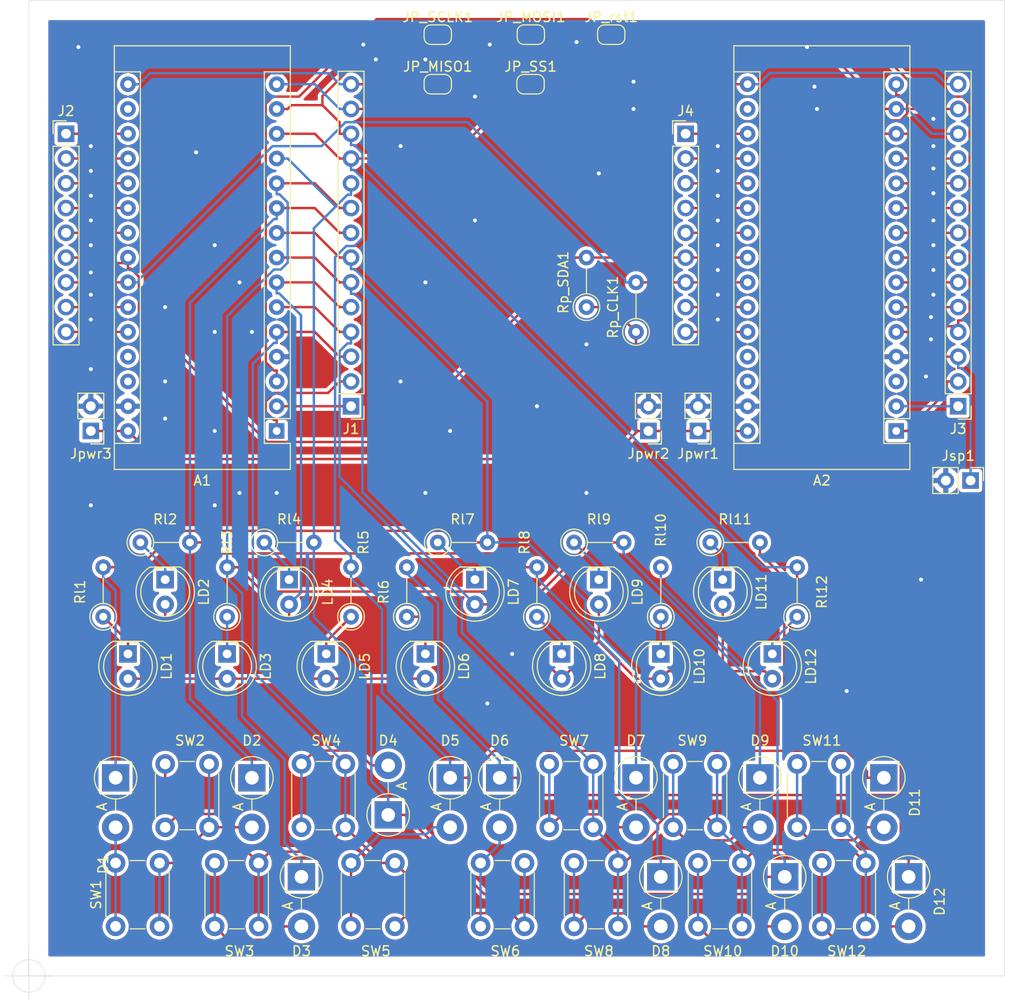
<source format=kicad_pcb>
(kicad_pcb (version 20171130) (host pcbnew "(5.1.4-0)")
  (layers (0 F.Cu signal) (31 B.Cu signal) (34 B.Paste user) (35 F.Paste user) (36 B.SilkS user) (37 F.SilkS user) (38 B.Mask user) (39 F.Mask user) (44 Edge.Cuts user))
  (net 0 "")
  (net 1 "Net-(A1-Pad1)")
  (net 2 "Net-(A1-Pad17)")
  (net 3 "Net-(A1-Pad2)")
  (net 4 "Net-(A1-Pad18)")
  (net 5 A1_RST)
  (net 6 "Net-(A1-Pad19)")
  (net 7 GND)
  (net 8 "Net-(A1-Pad20)")
  (net 9 "Net-(A1-Pad5)")
  (net 10 "Net-(A1-Pad21)")
  (net 11 "Net-(A1-Pad6)")
  (net 12 "Net-(A1-Pad22)")
  (net 13 "Net-(A1-Pad7)")
  (net 14 I2C_SDA)
  (net 15 "Net-(A1-Pad8)")
  (net 16 I2C_CLK)
  (net 17 "Net-(A1-Pad9)")
  (net 18 "Net-(A1-Pad25)")
  (net 19 "Net-(A1-Pad10)")
  (net 20 "Net-(A1-Pad26)")
  (net 21 "Net-(A1-Pad11)")
  (net 22 "Net-(A1-Pad27)")
  (net 23 "Net-(A1-Pad12)")
  (net 24 "Net-(A1-Pad28)")
  (net 25 "Net-(A1-Pad13)")
  (net 26 "Net-(A1-Pad14)")
  (net 27 VCC)
  (net 28 "Net-(A1-Pad15)")
  (net 29 "Net-(A1-Pad16)")
  (net 30 "Net-(A2-Pad13)")
  (net 31 "Net-(A2-Pad28)")
  (net 32 "Net-(A2-Pad12)")
  (net 33 "Net-(A2-Pad27)")
  (net 34 "Net-(A2-Pad11)")
  (net 35 "Net-(A2-Pad26)")
  (net 36 "Net-(A2-Pad10)")
  (net 37 "Net-(A2-Pad25)")
  (net 38 "Net-(A2-Pad9)")
  (net 39 "Net-(A2-Pad8)")
  (net 40 "Net-(A2-Pad7)")
  (net 41 "Net-(A2-Pad22)")
  (net 42 "Net-(A2-Pad6)")
  (net 43 "Net-(A2-Pad21)")
  (net 44 "Net-(A2-Pad5)")
  (net 45 "Net-(A2-Pad20)")
  (net 46 "Net-(A2-Pad19)")
  (net 47 "Net-(A2-Pad3)")
  (net 48 "Net-(A2-Pad18)")
  (net 49 "Net-(A2-Pad2)")
  (net 50 "Net-(A2-Pad17)")
  (net 51 "Net-(A2-Pad1)")
  (net 52 "Net-(D1-Pad2)")
  (net 53 "Net-(D2-Pad2)")
  (net 54 "Net-(D3-Pad2)")
  (net 55 "Net-(D4-Pad2)")
  (net 56 "Net-(D5-Pad2)")
  (net 57 "Net-(D6-Pad2)")
  (net 58 "Net-(D7-Pad2)")
  (net 59 "Net-(D8-Pad2)")
  (net 60 "Net-(D9-Pad2)")
  (net 61 "Net-(D10-Pad2)")
  (net 62 "Net-(D11-Pad2)")
  (net 63 "Net-(D12-Pad2)")
  (net 64 "Net-(LD1-Pad1)")
  (net 65 "Net-(LD2-Pad1)")
  (net 66 "Net-(LD3-Pad1)")
  (net 67 "Net-(LD4-Pad1)")
  (net 68 "Net-(LD5-Pad1)")
  (net 69 "Net-(LD6-Pad1)")
  (net 70 "Net-(LD7-Pad1)")
  (net 71 "Net-(LD8-Pad1)")
  (net 72 "Net-(LD9-Pad1)")
  (net 73 "Net-(LD10-Pad1)")
  (net 74 "Net-(LD11-Pad1)")
  (net 75 "Net-(LD12-Pad1)")
  (net 76 "Net-(A2-Pad16)")
  (net 77 "Net-(A2-Pad15)")
  (net 78 "Net-(A2-Pad14)")
  (module Module:Arduino_Nano (layer F.Cu) (at 85.4 94.12 180)
    (fp_text reference A1 (at 7.62 -5.08) (layer F.SilkS))
    (fp_text value Arduino_Nano_v3.x)
    (pad 1 thru_hole rect (at 0 0 180) (size 1.6 1.6) (drill 0.8) (layers *.Cu *.Mask) (net 1 "Net-(A1-Pad1)"))
    (pad 17 thru_hole oval (at 15.24 33.02 180) (size 1.6 1.6) (drill 0.8) (layers *.Cu *.Mask) (net 2 "Net-(A1-Pad17)"))
    (pad 2 thru_hole oval (at 0 2.54 180) (size 1.6 1.6) (drill 0.8) (layers *.Cu *.Mask) (net 3 "Net-(A1-Pad2)"))
    (pad 18 thru_hole oval (at 15.24 30.48 180) (size 1.6 1.6) (drill 0.8) (layers *.Cu *.Mask) (net 4 "Net-(A1-Pad18)"))
    (pad 3 thru_hole oval (at 0 5.08 180) (size 1.6 1.6) (drill 0.8) (layers *.Cu *.Mask) (net 5 A1_RST))
    (pad 19 thru_hole oval (at 15.24 27.94 180) (size 1.6 1.6) (drill 0.8) (layers *.Cu *.Mask) (net 6 "Net-(A1-Pad19)"))
    (pad 4 thru_hole oval (at 0 7.62 180) (size 1.6 1.6) (drill 0.8) (layers *.Cu *.Mask) (net 7 GND))
    (pad 20 thru_hole oval (at 15.24 25.4 180) (size 1.6 1.6) (drill 0.8) (layers *.Cu *.Mask) (net 8 "Net-(A1-Pad20)"))
    (pad 5 thru_hole oval (at 0 10.16 180) (size 1.6 1.6) (drill 0.8) (layers *.Cu *.Mask) (net 9 "Net-(A1-Pad5)"))
    (pad 21 thru_hole oval (at 15.24 22.86 180) (size 1.6 1.6) (drill 0.8) (layers *.Cu *.Mask) (net 10 "Net-(A1-Pad21)"))
    (pad 6 thru_hole oval (at 0 12.7 180) (size 1.6 1.6) (drill 0.8) (layers *.Cu *.Mask) (net 11 "Net-(A1-Pad6)"))
    (pad 22 thru_hole oval (at 15.24 20.32 180) (size 1.6 1.6) (drill 0.8) (layers *.Cu *.Mask) (net 12 "Net-(A1-Pad22)"))
    (pad 7 thru_hole oval (at 0 15.24 180) (size 1.6 1.6) (drill 0.8) (layers *.Cu *.Mask) (net 13 "Net-(A1-Pad7)"))
    (pad 23 thru_hole oval (at 15.24 17.78 180) (size 1.6 1.6) (drill 0.8) (layers *.Cu *.Mask) (net 14 I2C_SDA))
    (pad 8 thru_hole oval (at 0 17.78 180) (size 1.6 1.6) (drill 0.8) (layers *.Cu *.Mask) (net 15 "Net-(A1-Pad8)"))
    (pad 24 thru_hole oval (at 15.24 15.24 180) (size 1.6 1.6) (drill 0.8) (layers *.Cu *.Mask) (net 16 I2C_CLK))
    (pad 9 thru_hole oval (at 0 20.32 180) (size 1.6 1.6) (drill 0.8) (layers *.Cu *.Mask) (net 17 "Net-(A1-Pad9)"))
    (pad 25 thru_hole oval (at 15.24 12.7 180) (size 1.6 1.6) (drill 0.8) (layers *.Cu *.Mask) (net 18 "Net-(A1-Pad25)"))
    (pad 10 thru_hole oval (at 0 22.86 180) (size 1.6 1.6) (drill 0.8) (layers *.Cu *.Mask) (net 19 "Net-(A1-Pad10)"))
    (pad 26 thru_hole oval (at 15.24 10.16 180) (size 1.6 1.6) (drill 0.8) (layers *.Cu *.Mask) (net 20 "Net-(A1-Pad26)"))
    (pad 11 thru_hole oval (at 0 25.4 180) (size 1.6 1.6) (drill 0.8) (layers *.Cu *.Mask) (net 21 "Net-(A1-Pad11)"))
    (pad 27 thru_hole oval (at 15.24 7.62 180) (size 1.6 1.6) (drill 0.8) (layers *.Cu *.Mask) (net 22 "Net-(A1-Pad27)"))
    (pad 12 thru_hole oval (at 0 27.94 180) (size 1.6 1.6) (drill 0.8) (layers *.Cu *.Mask) (net 23 "Net-(A1-Pad12)"))
    (pad 28 thru_hole oval (at 15.24 5.08 180) (size 1.6 1.6) (drill 0.8) (layers *.Cu *.Mask) (net 24 "Net-(A1-Pad28)"))
    (pad 13 thru_hole oval (at 0 30.48 180) (size 1.6 1.6) (drill 0.8) (layers *.Cu *.Mask) (net 25 "Net-(A1-Pad13)"))
    (pad 29 thru_hole oval (at 15.24 2.54 180) (size 1.6 1.6) (drill 0.8) (layers *.Cu *.Mask) (net 7 GND))
    (pad 14 thru_hole oval (at 0 33.02 180) (size 1.6 1.6) (drill 0.8) (layers *.Cu *.Mask) (net 26 "Net-(A1-Pad14)"))
    (pad 30 thru_hole oval (at 15.24 0 180) (size 1.6 1.6) (drill 0.8) (layers *.Cu *.Mask) (net 27 VCC))
    (pad 15 thru_hole oval (at 0 35.56 180) (size 1.6 1.6) (drill 0.8) (layers *.Cu *.Mask) (net 28 "Net-(A1-Pad15)"))
    (pad 16 thru_hole oval (at 15.24 35.56 180) (size 1.6 1.6) (drill 0.8) (layers *.Cu *.Mask) (net 29 "Net-(A1-Pad16)"))
  )
  (module Module:Arduino_Nano (layer F.Cu) (at 148.9 94.12 180)
    (fp_text reference A2 (at 7.62 -5.08) (layer F.SilkS))
    (fp_text value Arduino_Nano_v3.x)
    (pad 16 thru_hole oval (at 15.24 35.56 180) (size 1.6 1.6) (drill 0.8) (layers *.Cu *.Mask) (net 76 "Net-(A2-Pad16)"))
    (pad 15 thru_hole oval (at 0 35.56 180) (size 1.6 1.6) (drill 0.8) (layers *.Cu *.Mask) (net 77 "Net-(A2-Pad15)"))
    (pad 30 thru_hole oval (at 15.24 0 180) (size 1.6 1.6) (drill 0.8) (layers *.Cu *.Mask) (net 27 VCC))
    (pad 14 thru_hole oval (at 0 33.02 180) (size 1.6 1.6) (drill 0.8) (layers *.Cu *.Mask) (net 78 "Net-(A2-Pad14)"))
    (pad 29 thru_hole oval (at 15.24 2.54 180) (size 1.6 1.6) (drill 0.8) (layers *.Cu *.Mask) (net 7 GND))
    (pad 13 thru_hole oval (at 0 30.48 180) (size 1.6 1.6) (drill 0.8) (layers *.Cu *.Mask) (net 30 "Net-(A2-Pad13)"))
    (pad 28 thru_hole oval (at 15.24 5.08 180) (size 1.6 1.6) (drill 0.8) (layers *.Cu *.Mask) (net 31 "Net-(A2-Pad28)"))
    (pad 12 thru_hole oval (at 0 27.94 180) (size 1.6 1.6) (drill 0.8) (layers *.Cu *.Mask) (net 32 "Net-(A2-Pad12)"))
    (pad 27 thru_hole oval (at 15.24 7.62 180) (size 1.6 1.6) (drill 0.8) (layers *.Cu *.Mask) (net 33 "Net-(A2-Pad27)"))
    (pad 11 thru_hole oval (at 0 25.4 180) (size 1.6 1.6) (drill 0.8) (layers *.Cu *.Mask) (net 34 "Net-(A2-Pad11)"))
    (pad 26 thru_hole oval (at 15.24 10.16 180) (size 1.6 1.6) (drill 0.8) (layers *.Cu *.Mask) (net 35 "Net-(A2-Pad26)"))
    (pad 10 thru_hole oval (at 0 22.86 180) (size 1.6 1.6) (drill 0.8) (layers *.Cu *.Mask) (net 36 "Net-(A2-Pad10)"))
    (pad 25 thru_hole oval (at 15.24 12.7 180) (size 1.6 1.6) (drill 0.8) (layers *.Cu *.Mask) (net 37 "Net-(A2-Pad25)"))
    (pad 9 thru_hole oval (at 0 20.32 180) (size 1.6 1.6) (drill 0.8) (layers *.Cu *.Mask) (net 38 "Net-(A2-Pad9)"))
    (pad 24 thru_hole oval (at 15.24 15.24 180) (size 1.6 1.6) (drill 0.8) (layers *.Cu *.Mask) (net 16 I2C_CLK))
    (pad 8 thru_hole oval (at 0 17.78 180) (size 1.6 1.6) (drill 0.8) (layers *.Cu *.Mask) (net 39 "Net-(A2-Pad8)"))
    (pad 23 thru_hole oval (at 15.24 17.78 180) (size 1.6 1.6) (drill 0.8) (layers *.Cu *.Mask) (net 14 I2C_SDA))
    (pad 7 thru_hole oval (at 0 15.24 180) (size 1.6 1.6) (drill 0.8) (layers *.Cu *.Mask) (net 40 "Net-(A2-Pad7)"))
    (pad 22 thru_hole oval (at 15.24 20.32 180) (size 1.6 1.6) (drill 0.8) (layers *.Cu *.Mask) (net 41 "Net-(A2-Pad22)"))
    (pad 6 thru_hole oval (at 0 12.7 180) (size 1.6 1.6) (drill 0.8) (layers *.Cu *.Mask) (net 42 "Net-(A2-Pad6)"))
    (pad 21 thru_hole oval (at 15.24 22.86 180) (size 1.6 1.6) (drill 0.8) (layers *.Cu *.Mask) (net 43 "Net-(A2-Pad21)"))
    (pad 5 thru_hole oval (at 0 10.16 180) (size 1.6 1.6) (drill 0.8) (layers *.Cu *.Mask) (net 44 "Net-(A2-Pad5)"))
    (pad 20 thru_hole oval (at 15.24 25.4 180) (size 1.6 1.6) (drill 0.8) (layers *.Cu *.Mask) (net 45 "Net-(A2-Pad20)"))
    (pad 4 thru_hole oval (at 0 7.62 180) (size 1.6 1.6) (drill 0.8) (layers *.Cu *.Mask) (net 7 GND))
    (pad 19 thru_hole oval (at 15.24 27.94 180) (size 1.6 1.6) (drill 0.8) (layers *.Cu *.Mask) (net 46 "Net-(A2-Pad19)"))
    (pad 3 thru_hole oval (at 0 5.08 180) (size 1.6 1.6) (drill 0.8) (layers *.Cu *.Mask) (net 47 "Net-(A2-Pad3)"))
    (pad 18 thru_hole oval (at 15.24 30.48 180) (size 1.6 1.6) (drill 0.8) (layers *.Cu *.Mask) (net 48 "Net-(A2-Pad18)"))
    (pad 2 thru_hole oval (at 0 2.54 180) (size 1.6 1.6) (drill 0.8) (layers *.Cu *.Mask) (net 49 "Net-(A2-Pad2)"))
    (pad 17 thru_hole oval (at 15.24 33.02 180) (size 1.6 1.6) (drill 0.8) (layers *.Cu *.Mask) (net 50 "Net-(A2-Pad17)"))
    (pad 1 thru_hole rect (at 0 0 180) (size 1.6 1.6) (drill 0.8) (layers *.Cu *.Mask) (net 51 "Net-(A2-Pad1)"))
  )
  (module Diode_THT:D_5W_P5.08mm_Vertical_AnodeUp (layer F.Cu) (at 68.89 129.68 270)
    (fp_text reference D1 (at 8.89 1.27 90) (layer F.SilkS))
    (fp_text value D)
    (fp_text user A (at 2.98 1.4 90) (layer F.SilkS))
    (pad 2 thru_hole oval (at 5.08 0 270) (size 2.8 2.8) (drill 1.4) (layers *.Cu *.Mask) (net 52 "Net-(D1-Pad2)"))
    (pad 1 thru_hole rect (at 0 0 270) (size 2.8 2.8) (drill 1.4) (layers *.Cu *.Mask) (net 17 "Net-(A1-Pad9)"))
  )
  (module Diode_THT:D_5W_P5.08mm_Vertical_AnodeUp (layer F.Cu) (at 82.86 129.68 270)
    (fp_text reference D2 (at -3.81 0 180) (layer F.SilkS))
    (fp_text value D)
    (fp_text user A (at 2.98 1.4 90) (layer F.SilkS))
    (pad 2 thru_hole oval (at 5.08 0 270) (size 2.8 2.8) (drill 1.4) (layers *.Cu *.Mask) (net 53 "Net-(D2-Pad2)"))
    (pad 1 thru_hole rect (at 0 0 270) (size 2.8 2.8) (drill 1.4) (layers *.Cu *.Mask) (net 19 "Net-(A1-Pad10)"))
  )
  (module Diode_THT:D_5W_P5.08mm_Vertical_AnodeUp (layer F.Cu) (at 87.94 139.84 270)
    (fp_text reference D3 (at 7.62 0 180) (layer F.SilkS))
    (fp_text value D)
    (fp_text user A (at 2.98 1.4 90) (layer F.SilkS))
    (pad 2 thru_hole oval (at 5.08 0 270) (size 2.8 2.8) (drill 1.4) (layers *.Cu *.Mask) (net 54 "Net-(D3-Pad2)"))
    (pad 1 thru_hole rect (at 0 0 270) (size 2.8 2.8) (drill 1.4) (layers *.Cu *.Mask) (net 21 "Net-(A1-Pad11)"))
  )
  (module Diode_THT:D_5W_P5.08mm_Vertical_AnodeUp (layer F.Cu) (at 96.83 133.49 90)
    (fp_text reference D4 (at 7.62 0 180) (layer F.SilkS))
    (fp_text value D)
    (fp_text user A (at 2.98 1.4 90) (layer F.SilkS))
    (pad 1 thru_hole rect (at 0 0 90) (size 2.8 2.8) (drill 1.4) (layers *.Cu *.Mask) (net 23 "Net-(A1-Pad12)"))
    (pad 2 thru_hole oval (at 5.08 0 90) (size 2.8 2.8) (drill 1.4) (layers *.Cu *.Mask) (net 55 "Net-(D4-Pad2)"))
  )
  (module Diode_THT:D_5W_P5.08mm_Vertical_AnodeUp (layer F.Cu) (at 103.18 129.68 270)
    (fp_text reference D5 (at -3.81 0 180) (layer F.SilkS))
    (fp_text value D)
    (fp_text user A (at 2.98 1.4 90) (layer F.SilkS))
    (pad 1 thru_hole rect (at 0 0 270) (size 2.8 2.8) (drill 1.4) (layers *.Cu *.Mask) (net 25 "Net-(A1-Pad13)"))
    (pad 2 thru_hole oval (at 5.08 0 270) (size 2.8 2.8) (drill 1.4) (layers *.Cu *.Mask) (net 56 "Net-(D5-Pad2)"))
  )
  (module Diode_THT:D_5W_P5.08mm_Vertical_AnodeUp (layer F.Cu) (at 108.26 129.68 270)
    (fp_text reference D6 (at -3.81 0 180) (layer F.SilkS))
    (fp_text value D)
    (fp_text user A (at 2.98 1.4 90) (layer F.SilkS))
    (pad 1 thru_hole rect (at 0 0 270) (size 2.8 2.8) (drill 1.4) (layers *.Cu *.Mask) (net 26 "Net-(A1-Pad14)"))
    (pad 2 thru_hole oval (at 5.08 0 270) (size 2.8 2.8) (drill 1.4) (layers *.Cu *.Mask) (net 57 "Net-(D6-Pad2)"))
  )
  (module Diode_THT:D_5W_P5.08mm_Vertical_AnodeUp (layer F.Cu) (at 122.23 129.68 270)
    (fp_text reference D7 (at -3.81 0 180) (layer F.SilkS))
    (fp_text value D)
    (fp_text user A (at 2.98 1.4 90) (layer F.SilkS))
    (pad 2 thru_hole oval (at 5.08 0 270) (size 2.8 2.8) (drill 1.4) (layers *.Cu *.Mask) (net 58 "Net-(D7-Pad2)"))
    (pad 1 thru_hole rect (at 0 0 270) (size 2.8 2.8) (drill 1.4) (layers *.Cu *.Mask) (net 17 "Net-(A1-Pad9)"))
  )
  (module Diode_THT:D_5W_P5.08mm_Vertical_AnodeUp (layer F.Cu) (at 124.77 139.84 270)
    (fp_text reference D8 (at 7.62 0 180) (layer F.SilkS))
    (fp_text value D)
    (fp_text user A (at 2.98 1.4 90) (layer F.SilkS))
    (pad 1 thru_hole rect (at 0 0 270) (size 2.8 2.8) (drill 1.4) (layers *.Cu *.Mask) (net 19 "Net-(A1-Pad10)"))
    (pad 2 thru_hole oval (at 5.08 0 270) (size 2.8 2.8) (drill 1.4) (layers *.Cu *.Mask) (net 59 "Net-(D8-Pad2)"))
  )
  (module Diode_THT:D_5W_P5.08mm_Vertical_AnodeUp (layer F.Cu) (at 134.93 129.68 270)
    (fp_text reference D9 (at -3.81 0 180) (layer F.SilkS))
    (fp_text value D)
    (fp_text user A (at 2.98 1.4 90) (layer F.SilkS))
    (pad 2 thru_hole oval (at 5.08 0 270) (size 2.8 2.8) (drill 1.4) (layers *.Cu *.Mask) (net 60 "Net-(D9-Pad2)"))
    (pad 1 thru_hole rect (at 0 0 270) (size 2.8 2.8) (drill 1.4) (layers *.Cu *.Mask) (net 21 "Net-(A1-Pad11)"))
  )
  (module Diode_THT:D_5W_P5.08mm_Vertical_AnodeUp (layer F.Cu) (at 137.47 139.84 270)
    (fp_text reference D10 (at 7.62 0 180) (layer F.SilkS))
    (fp_text value D)
    (fp_text user A (at 2.98 1.4 90) (layer F.SilkS))
    (pad 1 thru_hole rect (at 0 0 270) (size 2.8 2.8) (drill 1.4) (layers *.Cu *.Mask) (net 23 "Net-(A1-Pad12)"))
    (pad 2 thru_hole oval (at 5.08 0 270) (size 2.8 2.8) (drill 1.4) (layers *.Cu *.Mask) (net 61 "Net-(D10-Pad2)"))
  )
  (module Diode_THT:D_5W_P5.08mm_Vertical_AnodeUp (layer F.Cu) (at 147.63 129.68 270)
    (fp_text reference D11 (at 2.54 -3.174899 90) (layer F.SilkS))
    (fp_text value D)
    (fp_text user A (at 2.98 1.4 90) (layer F.SilkS))
    (pad 2 thru_hole oval (at 5.08 0 270) (size 2.8 2.8) (drill 1.4) (layers *.Cu *.Mask) (net 62 "Net-(D11-Pad2)"))
    (pad 1 thru_hole rect (at 0 0 270) (size 2.8 2.8) (drill 1.4) (layers *.Cu *.Mask) (net 25 "Net-(A1-Pad13)"))
  )
  (module Diode_THT:D_5W_P5.08mm_Vertical_AnodeUp (layer F.Cu) (at 150.17 139.84 270)
    (fp_text reference D12 (at 2.54 -3.174899 90) (layer F.SilkS))
    (fp_text value D)
    (fp_text user A (at 2.98 1.4 90) (layer F.SilkS))
    (pad 1 thru_hole rect (at 0 0 270) (size 2.8 2.8) (drill 1.4) (layers *.Cu *.Mask) (net 26 "Net-(A1-Pad14)"))
    (pad 2 thru_hole oval (at 5.08 0 270) (size 2.8 2.8) (drill 1.4) (layers *.Cu *.Mask) (net 63 "Net-(D12-Pad2)"))
  )
  (module Connector_PinHeader_2.54mm:PinHeader_1x14_P2.54mm_Vertical (layer F.Cu) (at 93.02 91.58 180)
    (fp_text reference J1 (at 0 -2.33) (layer F.SilkS))
    (fp_text value Conn_01x14_Male)
    (pad 14 thru_hole oval (at 0 33.02 180) (size 1.7 1.7) (drill 1) (layers *.Cu *.Mask) (net 29 "Net-(A1-Pad16)"))
    (pad 13 thru_hole oval (at 0 30.48 180) (size 1.7 1.7) (drill 1) (layers *.Cu *.Mask) (net 28 "Net-(A1-Pad15)"))
    (pad 12 thru_hole oval (at 0 27.94 180) (size 1.7 1.7) (drill 1) (layers *.Cu *.Mask) (net 26 "Net-(A1-Pad14)"))
    (pad 11 thru_hole oval (at 0 25.4 180) (size 1.7 1.7) (drill 1) (layers *.Cu *.Mask) (net 25 "Net-(A1-Pad13)"))
    (pad 10 thru_hole oval (at 0 22.86 180) (size 1.7 1.7) (drill 1) (layers *.Cu *.Mask) (net 23 "Net-(A1-Pad12)"))
    (pad 9 thru_hole oval (at 0 20.32 180) (size 1.7 1.7) (drill 1) (layers *.Cu *.Mask) (net 21 "Net-(A1-Pad11)"))
    (pad 8 thru_hole oval (at 0 17.78 180) (size 1.7 1.7) (drill 1) (layers *.Cu *.Mask) (net 19 "Net-(A1-Pad10)"))
    (pad 7 thru_hole oval (at 0 15.24 180) (size 1.7 1.7) (drill 1) (layers *.Cu *.Mask) (net 17 "Net-(A1-Pad9)"))
    (pad 6 thru_hole oval (at 0 12.7 180) (size 1.7 1.7) (drill 1) (layers *.Cu *.Mask) (net 15 "Net-(A1-Pad8)"))
    (pad 5 thru_hole oval (at 0 10.16 180) (size 1.7 1.7) (drill 1) (layers *.Cu *.Mask) (net 13 "Net-(A1-Pad7)"))
    (pad 4 thru_hole oval (at 0 7.62 180) (size 1.7 1.7) (drill 1) (layers *.Cu *.Mask) (net 11 "Net-(A1-Pad6)"))
    (pad 3 thru_hole oval (at 0 5.08 180) (size 1.7 1.7) (drill 1) (layers *.Cu *.Mask) (net 9 "Net-(A1-Pad5)"))
    (pad 2 thru_hole oval (at 0 2.54 180) (size 1.7 1.7) (drill 1) (layers *.Cu *.Mask) (net 1 "Net-(A1-Pad1)"))
    (pad 1 thru_hole rect (at 0 0 180) (size 1.7 1.7) (drill 1) (layers *.Cu *.Mask) (net 3 "Net-(A1-Pad2)"))
  )
  (module Connector_PinHeader_2.54mm:PinHeader_1x09_P2.54mm_Vertical (layer F.Cu) (at 63.81 63.64)
    (fp_text reference J2 (at 0 -2.33) (layer F.SilkS))
    (fp_text value Conn_01x09_Male)
    (pad 9 thru_hole oval (at 0 20.32) (size 1.7 1.7) (drill 1) (layers *.Cu *.Mask) (net 20 "Net-(A1-Pad26)"))
    (pad 8 thru_hole oval (at 0 17.78) (size 1.7 1.7) (drill 1) (layers *.Cu *.Mask) (net 18 "Net-(A1-Pad25)"))
    (pad 7 thru_hole oval (at 0 15.24) (size 1.7 1.7) (drill 1) (layers *.Cu *.Mask) (net 16 I2C_CLK))
    (pad 6 thru_hole oval (at 0 12.7) (size 1.7 1.7) (drill 1) (layers *.Cu *.Mask) (net 14 I2C_SDA))
    (pad 5 thru_hole oval (at 0 10.16) (size 1.7 1.7) (drill 1) (layers *.Cu *.Mask) (net 12 "Net-(A1-Pad22)"))
    (pad 4 thru_hole oval (at 0 7.62) (size 1.7 1.7) (drill 1) (layers *.Cu *.Mask) (net 10 "Net-(A1-Pad21)"))
    (pad 3 thru_hole oval (at 0 5.08) (size 1.7 1.7) (drill 1) (layers *.Cu *.Mask) (net 8 "Net-(A1-Pad20)"))
    (pad 2 thru_hole oval (at 0 2.54) (size 1.7 1.7) (drill 1) (layers *.Cu *.Mask) (net 6 "Net-(A1-Pad19)"))
    (pad 1 thru_hole rect (at 0 0) (size 1.7 1.7) (drill 1) (layers *.Cu *.Mask) (net 4 "Net-(A1-Pad18)"))
  )
  (module Connector_PinHeader_2.54mm:PinHeader_1x14_P2.54mm_Vertical (layer F.Cu) (at 155.25 91.58 180)
    (fp_text reference J3 (at 0 -2.33) (layer F.SilkS))
    (fp_text value Conn_01x14_Male)
    (pad 1 thru_hole rect (at 0 0 180) (size 1.7 1.7) (drill 1) (layers *.Cu *.Mask) (net 49 "Net-(A2-Pad2)"))
    (pad 2 thru_hole oval (at 0 2.54 180) (size 1.7 1.7) (drill 1) (layers *.Cu *.Mask) (net 51 "Net-(A2-Pad1)"))
    (pad 3 thru_hole oval (at 0 5.08 180) (size 1.7 1.7) (drill 1) (layers *.Cu *.Mask) (net 44 "Net-(A2-Pad5)"))
    (pad 4 thru_hole oval (at 0 7.62 180) (size 1.7 1.7) (drill 1) (layers *.Cu *.Mask) (net 42 "Net-(A2-Pad6)"))
    (pad 5 thru_hole oval (at 0 10.16 180) (size 1.7 1.7) (drill 1) (layers *.Cu *.Mask) (net 40 "Net-(A2-Pad7)"))
    (pad 6 thru_hole oval (at 0 12.7 180) (size 1.7 1.7) (drill 1) (layers *.Cu *.Mask) (net 39 "Net-(A2-Pad8)"))
    (pad 7 thru_hole oval (at 0 15.24 180) (size 1.7 1.7) (drill 1) (layers *.Cu *.Mask) (net 38 "Net-(A2-Pad9)"))
    (pad 8 thru_hole oval (at 0 17.78 180) (size 1.7 1.7) (drill 1) (layers *.Cu *.Mask) (net 36 "Net-(A2-Pad10)"))
    (pad 9 thru_hole oval (at 0 20.32 180) (size 1.7 1.7) (drill 1) (layers *.Cu *.Mask) (net 34 "Net-(A2-Pad11)"))
    (pad 10 thru_hole oval (at 0 22.86 180) (size 1.7 1.7) (drill 1) (layers *.Cu *.Mask) (net 32 "Net-(A2-Pad12)"))
    (pad 11 thru_hole oval (at 0 25.4 180) (size 1.7 1.7) (drill 1) (layers *.Cu *.Mask) (net 30 "Net-(A2-Pad13)"))
    (pad 12 thru_hole oval (at 0 27.94 180) (size 1.7 1.7) (drill 1) (layers *.Cu *.Mask) (net 78 "Net-(A2-Pad14)"))
    (pad 13 thru_hole oval (at 0 30.48 180) (size 1.7 1.7) (drill 1) (layers *.Cu *.Mask) (net 77 "Net-(A2-Pad15)"))
    (pad 14 thru_hole oval (at 0 33.02 180) (size 1.7 1.7) (drill 1) (layers *.Cu *.Mask) (net 76 "Net-(A2-Pad16)"))
  )
  (module Connector_PinHeader_2.54mm:PinHeader_1x09_P2.54mm_Vertical (layer F.Cu) (at 127.31 63.64)
    (fp_text reference J4 (at 0 -2.33) (layer F.SilkS))
    (fp_text value Conn_01x09_Male)
    (pad 1 thru_hole rect (at 0 0) (size 1.7 1.7) (drill 1) (layers *.Cu *.Mask) (net 48 "Net-(A2-Pad18)"))
    (pad 2 thru_hole oval (at 0 2.54) (size 1.7 1.7) (drill 1) (layers *.Cu *.Mask) (net 46 "Net-(A2-Pad19)"))
    (pad 3 thru_hole oval (at 0 5.08) (size 1.7 1.7) (drill 1) (layers *.Cu *.Mask) (net 45 "Net-(A2-Pad20)"))
    (pad 4 thru_hole oval (at 0 7.62) (size 1.7 1.7) (drill 1) (layers *.Cu *.Mask) (net 43 "Net-(A2-Pad21)"))
    (pad 5 thru_hole oval (at 0 10.16) (size 1.7 1.7) (drill 1) (layers *.Cu *.Mask) (net 41 "Net-(A2-Pad22)"))
    (pad 6 thru_hole oval (at 0 12.7) (size 1.7 1.7) (drill 1) (layers *.Cu *.Mask) (net 14 I2C_SDA))
    (pad 7 thru_hole oval (at 0 15.24) (size 1.7 1.7) (drill 1) (layers *.Cu *.Mask) (net 16 I2C_CLK))
    (pad 8 thru_hole oval (at 0 17.78) (size 1.7 1.7) (drill 1) (layers *.Cu *.Mask) (net 37 "Net-(A2-Pad25)"))
    (pad 9 thru_hole oval (at 0 20.32) (size 1.7 1.7) (drill 1) (layers *.Cu *.Mask) (net 35 "Net-(A2-Pad26)"))
  )
  (module Jumper:SolderJumper-2_P1.3mm_Open_RoundedPad1.0x1.5mm (layer F.Cu) (at 101.91 58.56)
    (fp_text reference JP_MISO1 (at 0 -1.8) (layer F.SilkS))
    (fp_text value Jumper)
    (pad 1 smd custom (at -0.65 0) (size 1 0.5) (layers F.Cu F.Mask) (net 28 "Net-(A1-Pad15)") (options (clearance outline) (anchor rect)) (primitives (gr_circle (center 0 0.25) (end 0.5 0.25) (width 0)) (gr_circle (center 0 -0.25) (end 0.5 -0.25) (width 0)) (gr_poly (pts (xy 0 -0.75) (xy 0.5 -0.75) (xy 0.5 0.75) (xy 0 0.75)) (width 0))))
    (pad 2 smd custom (at 0.65 0) (size 1 0.5) (layers F.Cu F.Mask) (net 77 "Net-(A2-Pad15)") (options (clearance outline) (anchor rect)) (primitives (gr_circle (center 0 0.25) (end 0.5 0.25) (width 0)) (gr_circle (center 0 -0.25) (end 0.5 -0.25) (width 0)) (gr_poly (pts (xy 0 -0.75) (xy -0.5 -0.75) (xy -0.5 0.75) (xy 0 0.75)) (width 0))))
  )
  (module Jumper:SolderJumper-2_P1.3mm_Open_RoundedPad1.0x1.5mm (layer F.Cu) (at 111.45 53.48)
    (fp_text reference JP_MOSI1 (at 0 -1.8) (layer F.SilkS))
    (fp_text value Jumper)
    (pad 2 smd custom (at 0.65 0) (size 1 0.5) (layers F.Cu F.Mask) (net 78 "Net-(A2-Pad14)") (options (clearance outline) (anchor rect)) (primitives (gr_circle (center 0 0.25) (end 0.5 0.25) (width 0)) (gr_circle (center 0 -0.25) (end 0.5 -0.25) (width 0)) (gr_poly (pts (xy 0 -0.75) (xy -0.5 -0.75) (xy -0.5 0.75) (xy 0 0.75)) (width 0))))
    (pad 1 smd custom (at -0.65 0) (size 1 0.5) (layers F.Cu F.Mask) (net 26 "Net-(A1-Pad14)") (options (clearance outline) (anchor rect)) (primitives (gr_circle (center 0 0.25) (end 0.5 0.25) (width 0)) (gr_circle (center 0 -0.25) (end 0.5 -0.25) (width 0)) (gr_poly (pts (xy 0 -0.75) (xy 0.5 -0.75) (xy 0.5 0.75) (xy 0 0.75)) (width 0))))
  )
  (module Jumper:SolderJumper-2_P1.3mm_Open_RoundedPad1.0x1.5mm (layer F.Cu) (at 119.69 53.48)
    (fp_text reference JP_rst1 (at 0 -1.8) (layer F.SilkS))
    (fp_text value Jumper)
    (pad 1 smd custom (at -0.65 0) (size 1 0.5) (layers F.Cu F.Mask) (net 5 A1_RST) (options (clearance outline) (anchor rect)) (primitives (gr_circle (center 0 0.25) (end 0.5 0.25) (width 0)) (gr_circle (center 0 -0.25) (end 0.5 -0.25) (width 0)) (gr_poly (pts (xy 0 -0.75) (xy 0.5 -0.75) (xy 0.5 0.75) (xy 0 0.75)) (width 0))))
    (pad 2 smd custom (at 0.65 0) (size 1 0.5) (layers F.Cu F.Mask) (net 42 "Net-(A2-Pad6)") (options (clearance outline) (anchor rect)) (primitives (gr_circle (center 0 0.25) (end 0.5 0.25) (width 0)) (gr_circle (center 0 -0.25) (end 0.5 -0.25) (width 0)) (gr_poly (pts (xy 0 -0.75) (xy -0.5 -0.75) (xy -0.5 0.75) (xy 0 0.75)) (width 0))))
  )
  (module Jumper:SolderJumper-2_P1.3mm_Open_RoundedPad1.0x1.5mm (layer F.Cu) (at 101.91 53.48)
    (fp_text reference JP_SCLK1 (at 0 -1.8) (layer F.SilkS))
    (fp_text value Jumper)
    (pad 2 smd custom (at 0.65 0) (size 1 0.5) (layers F.Cu F.Mask) (net 76 "Net-(A2-Pad16)") (options (clearance outline) (anchor rect)) (primitives (gr_circle (center 0 0.25) (end 0.5 0.25) (width 0)) (gr_circle (center 0 -0.25) (end 0.5 -0.25) (width 0)) (gr_poly (pts (xy 0 -0.75) (xy -0.5 -0.75) (xy -0.5 0.75) (xy 0 0.75)) (width 0))))
    (pad 1 smd custom (at -0.65 0) (size 1 0.5) (layers F.Cu F.Mask) (net 29 "Net-(A1-Pad16)") (options (clearance outline) (anchor rect)) (primitives (gr_circle (center 0 0.25) (end 0.5 0.25) (width 0)) (gr_circle (center 0 -0.25) (end 0.5 -0.25) (width 0)) (gr_poly (pts (xy 0 -0.75) (xy 0.5 -0.75) (xy 0.5 0.75) (xy 0 0.75)) (width 0))))
  )
  (module Jumper:SolderJumper-2_P1.3mm_Open_RoundedPad1.0x1.5mm (layer F.Cu) (at 111.42 58.56)
    (fp_text reference JP_SS1 (at 0 -1.8) (layer F.SilkS))
    (fp_text value Jumper)
    (pad 1 smd custom (at -0.65 0) (size 1 0.5) (layers F.Cu F.Mask) (net 25 "Net-(A1-Pad13)") (options (clearance outline) (anchor rect)) (primitives (gr_circle (center 0 0.25) (end 0.5 0.25) (width 0)) (gr_circle (center 0 -0.25) (end 0.5 -0.25) (width 0)) (gr_poly (pts (xy 0 -0.75) (xy 0.5 -0.75) (xy 0.5 0.75) (xy 0 0.75)) (width 0))))
    (pad 2 smd custom (at 0.65 0) (size 1 0.5) (layers F.Cu F.Mask) (net 30 "Net-(A2-Pad13)") (options (clearance outline) (anchor rect)) (primitives (gr_circle (center 0 0.25) (end 0.5 0.25) (width 0)) (gr_circle (center 0 -0.25) (end 0.5 -0.25) (width 0)) (gr_poly (pts (xy 0 -0.75) (xy -0.5 -0.75) (xy -0.5 0.75) (xy 0 0.75)) (width 0))))
  )
  (module Connector_PinHeader_2.54mm:PinHeader_1x02_P2.54mm_Vertical (layer F.Cu) (at 128.58 94.12 180)
    (fp_text reference Jpwr1 (at 0 -2.33) (layer F.SilkS))
    (fp_text value Conn_01x02_Male)
    (pad 2 thru_hole oval (at 0 2.54 180) (size 1.7 1.7) (drill 1) (layers *.Cu *.Mask) (net 7 GND))
    (pad 1 thru_hole rect (at 0 0 180) (size 1.7 1.7) (drill 1) (layers *.Cu *.Mask) (net 27 VCC))
  )
  (module Connector_PinHeader_2.54mm:PinHeader_1x02_P2.54mm_Vertical (layer F.Cu) (at 123.5 94.12 180)
    (fp_text reference Jpwr2 (at 0 -2.33) (layer F.SilkS))
    (fp_text value Conn_01x02_Male)
    (pad 1 thru_hole rect (at 0 0 180) (size 1.7 1.7) (drill 1) (layers *.Cu *.Mask) (net 27 VCC))
    (pad 2 thru_hole oval (at 0 2.54 180) (size 1.7 1.7) (drill 1) (layers *.Cu *.Mask) (net 7 GND))
  )
  (module Connector_PinHeader_2.54mm:PinHeader_1x02_P2.54mm_Vertical (layer F.Cu) (at 66.35 94.12 180)
    (fp_text reference Jpwr3 (at 0 -2.33) (layer F.SilkS))
    (fp_text value Conn_01x02_Male)
    (pad 2 thru_hole oval (at 0 2.54 180) (size 1.7 1.7) (drill 1) (layers *.Cu *.Mask) (net 7 GND))
    (pad 1 thru_hole rect (at 0 0 180) (size 1.7 1.7) (drill 1) (layers *.Cu *.Mask) (net 27 VCC))
  )
  (module Connector_PinHeader_2.54mm:PinHeader_1x02_P2.54mm_Vertical (layer F.Cu) (at 156.52 99.2 270)
    (fp_text reference Jsp1 (at -2.54 1.27 180) (layer F.SilkS))
    (fp_text value Conn_01x02_Male)
    (pad 1 thru_hole rect (at 0 0 270) (size 1.7 1.7) (drill 1) (layers *.Cu *.Mask) (net 44 "Net-(A2-Pad5)"))
    (pad 2 thru_hole oval (at 0 2.54 270) (size 1.7 1.7) (drill 1) (layers *.Cu *.Mask) (net 7 GND))
  )
  (module LED_THT:LED_D5.0mm (layer F.Cu) (at 70.16 116.98 270)
    (fp_text reference LD1 (at 1.27 -3.96 90) (layer F.SilkS))
    (fp_text value LED)
    (pad 1 thru_hole rect (at 0 0 270) (size 1.8 1.8) (drill 0.9) (layers *.Cu *.Mask) (net 64 "Net-(LD1-Pad1)"))
    (pad 2 thru_hole circle (at 2.54 0 270) (size 1.8 1.8) (drill 0.9) (layers *.Cu *.Mask) (net 13 "Net-(A1-Pad7)"))
  )
  (module LED_THT:LED_D5.0mm (layer F.Cu) (at 73.97 109.36 270)
    (fp_text reference LD2 (at 1.27 -3.96 90) (layer F.SilkS))
    (fp_text value LED)
    (pad 1 thru_hole rect (at 0 0 270) (size 1.8 1.8) (drill 0.9) (layers *.Cu *.Mask) (net 65 "Net-(LD2-Pad1)"))
    (pad 2 thru_hole circle (at 2.54 0 270) (size 1.8 1.8) (drill 0.9) (layers *.Cu *.Mask) (net 13 "Net-(A1-Pad7)"))
  )
  (module LED_THT:LED_D5.0mm (layer F.Cu) (at 80.32 116.98 270)
    (fp_text reference LD3 (at 1.27 -3.96 90) (layer F.SilkS))
    (fp_text value LED)
    (pad 2 thru_hole circle (at 2.54 0 270) (size 1.8 1.8) (drill 0.9) (layers *.Cu *.Mask) (net 13 "Net-(A1-Pad7)"))
    (pad 1 thru_hole rect (at 0 0 270) (size 1.8 1.8) (drill 0.9) (layers *.Cu *.Mask) (net 66 "Net-(LD3-Pad1)"))
  )
  (module LED_THT:LED_D5.0mm (layer F.Cu) (at 86.67 109.36 270)
    (fp_text reference LD4 (at 1.27 -3.96 90) (layer F.SilkS))
    (fp_text value LED)
    (pad 1 thru_hole rect (at 0 0 270) (size 1.8 1.8) (drill 0.9) (layers *.Cu *.Mask) (net 67 "Net-(LD4-Pad1)"))
    (pad 2 thru_hole circle (at 2.54 0 270) (size 1.8 1.8) (drill 0.9) (layers *.Cu *.Mask) (net 13 "Net-(A1-Pad7)"))
  )
  (module LED_THT:LED_D5.0mm (layer F.Cu) (at 90.48 116.98 270)
    (fp_text reference LD5 (at 1.27 -3.96 90) (layer F.SilkS))
    (fp_text value LED)
    (pad 2 thru_hole circle (at 2.54 0 270) (size 1.8 1.8) (drill 0.9) (layers *.Cu *.Mask) (net 13 "Net-(A1-Pad7)"))
    (pad 1 thru_hole rect (at 0 0 270) (size 1.8 1.8) (drill 0.9) (layers *.Cu *.Mask) (net 68 "Net-(LD5-Pad1)"))
  )
  (module LED_THT:LED_D5.0mm (layer F.Cu) (at 100.64 116.98 270)
    (fp_text reference LD6 (at 1.27 -3.96 90) (layer F.SilkS))
    (fp_text value LED)
    (pad 2 thru_hole circle (at 2.54 0 270) (size 1.8 1.8) (drill 0.9) (layers *.Cu *.Mask) (net 13 "Net-(A1-Pad7)"))
    (pad 1 thru_hole rect (at 0 0 270) (size 1.8 1.8) (drill 0.9) (layers *.Cu *.Mask) (net 69 "Net-(LD6-Pad1)"))
  )
  (module LED_THT:LED_D5.0mm (layer F.Cu) (at 105.72 109.36 270)
    (fp_text reference LD7 (at 1.27 -3.96 90) (layer F.SilkS))
    (fp_text value LED)
    (pad 2 thru_hole circle (at 2.54 0 270) (size 1.8 1.8) (drill 0.9) (layers *.Cu *.Mask) (net 15 "Net-(A1-Pad8)"))
    (pad 1 thru_hole rect (at 0 0 270) (size 1.8 1.8) (drill 0.9) (layers *.Cu *.Mask) (net 70 "Net-(LD7-Pad1)"))
  )
  (module LED_THT:LED_D5.0mm (layer F.Cu) (at 114.61 116.98 270)
    (fp_text reference LD8 (at 1.27 -3.96 90) (layer F.SilkS))
    (fp_text value LED)
    (pad 1 thru_hole rect (at 0 0 270) (size 1.8 1.8) (drill 0.9) (layers *.Cu *.Mask) (net 71 "Net-(LD8-Pad1)"))
    (pad 2 thru_hole circle (at 2.54 0 270) (size 1.8 1.8) (drill 0.9) (layers *.Cu *.Mask) (net 15 "Net-(A1-Pad8)"))
  )
  (module LED_THT:LED_D5.0mm (layer F.Cu) (at 118.42 109.36 270)
    (fp_text reference LD9 (at 1.27 -3.96 90) (layer F.SilkS))
    (fp_text value LED)
    (pad 2 thru_hole circle (at 2.54 0 270) (size 1.8 1.8) (drill 0.9) (layers *.Cu *.Mask) (net 15 "Net-(A1-Pad8)"))
    (pad 1 thru_hole rect (at 0 0 270) (size 1.8 1.8) (drill 0.9) (layers *.Cu *.Mask) (net 72 "Net-(LD9-Pad1)"))
  )
  (module LED_THT:LED_D5.0mm (layer F.Cu) (at 124.77 116.98 270)
    (fp_text reference LD10 (at 1.27 -3.96 90) (layer F.SilkS))
    (fp_text value LED)
    (pad 1 thru_hole rect (at 0 0 270) (size 1.8 1.8) (drill 0.9) (layers *.Cu *.Mask) (net 73 "Net-(LD10-Pad1)"))
    (pad 2 thru_hole circle (at 2.54 0 270) (size 1.8 1.8) (drill 0.9) (layers *.Cu *.Mask) (net 15 "Net-(A1-Pad8)"))
  )
  (module LED_THT:LED_D5.0mm (layer F.Cu) (at 131.12 109.36 270)
    (fp_text reference LD11 (at 1.27 -3.96 90) (layer F.SilkS))
    (fp_text value LED)
    (pad 2 thru_hole circle (at 2.54 0 270) (size 1.8 1.8) (drill 0.9) (layers *.Cu *.Mask) (net 15 "Net-(A1-Pad8)"))
    (pad 1 thru_hole rect (at 0 0 270) (size 1.8 1.8) (drill 0.9) (layers *.Cu *.Mask) (net 74 "Net-(LD11-Pad1)"))
  )
  (module LED_THT:LED_D5.0mm (layer F.Cu) (at 136.2 116.98 270)
    (fp_text reference LD12 (at 1.27 -3.96 90) (layer F.SilkS))
    (fp_text value LED)
    (pad 1 thru_hole rect (at 0 0 270) (size 1.8 1.8) (drill 0.9) (layers *.Cu *.Mask) (net 75 "Net-(LD12-Pad1)"))
    (pad 2 thru_hole circle (at 2.54 0 270) (size 1.8 1.8) (drill 0.9) (layers *.Cu *.Mask) (net 15 "Net-(A1-Pad8)"))
  )
  (module Resistor_THT:R_Axial_DIN0207_L6.3mm_D2.5mm_P5.08mm_Vertical (layer F.Cu) (at 67.62 113.17 90)
    (fp_text reference Rl1 (at 2.54 -2.37 90) (layer F.SilkS))
    (fp_text value 1k)
    (pad 1 thru_hole circle (at 0 0 90) (size 1.6 1.6) (drill 0.8) (layers *.Cu *.Mask) (net 64 "Net-(LD1-Pad1)"))
    (pad 2 thru_hole oval (at 5.08 0 90) (size 1.6 1.6) (drill 0.8) (layers *.Cu *.Mask) (net 17 "Net-(A1-Pad9)"))
  )
  (module Resistor_THT:R_Axial_DIN0207_L6.3mm_D2.5mm_P5.08mm_Vertical (layer F.Cu) (at 71.43 105.55)
    (fp_text reference Rl2 (at 2.54 -2.37) (layer F.SilkS))
    (fp_text value 1k)
    (pad 2 thru_hole oval (at 5.08 0) (size 1.6 1.6) (drill 0.8) (layers *.Cu *.Mask) (net 19 "Net-(A1-Pad10)"))
    (pad 1 thru_hole circle (at 0 0) (size 1.6 1.6) (drill 0.8) (layers *.Cu *.Mask) (net 65 "Net-(LD2-Pad1)"))
  )
  (module Resistor_THT:R_Axial_DIN0207_L6.3mm_D2.5mm_P5.08mm_Vertical (layer F.Cu) (at 80.32 113.17 90)
    (fp_text reference Rl3 (at 7.62 0 90) (layer F.SilkS))
    (fp_text value 1k)
    (pad 1 thru_hole circle (at 0 0 90) (size 1.6 1.6) (drill 0.8) (layers *.Cu *.Mask) (net 66 "Net-(LD3-Pad1)"))
    (pad 2 thru_hole oval (at 5.08 0 90) (size 1.6 1.6) (drill 0.8) (layers *.Cu *.Mask) (net 21 "Net-(A1-Pad11)"))
  )
  (module Resistor_THT:R_Axial_DIN0207_L6.3mm_D2.5mm_P5.08mm_Vertical (layer F.Cu) (at 84.13 105.55)
    (fp_text reference Rl4 (at 2.54 -2.37) (layer F.SilkS))
    (fp_text value 1k)
    (pad 2 thru_hole oval (at 5.08 0) (size 1.6 1.6) (drill 0.8) (layers *.Cu *.Mask) (net 23 "Net-(A1-Pad12)"))
    (pad 1 thru_hole circle (at 0 0) (size 1.6 1.6) (drill 0.8) (layers *.Cu *.Mask) (net 67 "Net-(LD4-Pad1)"))
  )
  (module Resistor_THT:R_Axial_DIN0207_L6.3mm_D2.5mm_P5.08mm_Vertical (layer F.Cu) (at 93.02 113.17 90)
    (fp_text reference Rl5 (at 7.62 1.27 90) (layer F.SilkS))
    (fp_text value 1k)
    (pad 1 thru_hole circle (at 0 0 90) (size 1.6 1.6) (drill 0.8) (layers *.Cu *.Mask) (net 68 "Net-(LD5-Pad1)"))
    (pad 2 thru_hole oval (at 5.08 0 90) (size 1.6 1.6) (drill 0.8) (layers *.Cu *.Mask) (net 25 "Net-(A1-Pad13)"))
  )
  (module Resistor_THT:R_Axial_DIN0207_L6.3mm_D2.5mm_P5.08mm_Vertical (layer F.Cu) (at 98.735 113.17 90)
    (fp_text reference Rl6 (at 2.54 -2.37 90) (layer F.SilkS))
    (fp_text value 1k)
    (pad 2 thru_hole oval (at 5.08 0 90) (size 1.6 1.6) (drill 0.8) (layers *.Cu *.Mask) (net 26 "Net-(A1-Pad14)"))
    (pad 1 thru_hole circle (at 0 0 90) (size 1.6 1.6) (drill 0.8) (layers *.Cu *.Mask) (net 69 "Net-(LD6-Pad1)"))
  )
  (module Resistor_THT:R_Axial_DIN0207_L6.3mm_D2.5mm_P5.08mm_Vertical (layer F.Cu) (at 101.91 105.55)
    (fp_text reference Rl7 (at 2.54 -2.37) (layer F.SilkS))
    (fp_text value 1k)
    (pad 1 thru_hole circle (at 0 0) (size 1.6 1.6) (drill 0.8) (layers *.Cu *.Mask) (net 70 "Net-(LD7-Pad1)"))
    (pad 2 thru_hole oval (at 5.08 0) (size 1.6 1.6) (drill 0.8) (layers *.Cu *.Mask) (net 17 "Net-(A1-Pad9)"))
  )
  (module Resistor_THT:R_Axial_DIN0207_L6.3mm_D2.5mm_P5.08mm_Vertical (layer F.Cu) (at 112.07 113.17 90)
    (fp_text reference Rl8 (at 7.62 -1.27 90) (layer F.SilkS))
    (fp_text value 1k)
    (pad 2 thru_hole oval (at 5.08 0 90) (size 1.6 1.6) (drill 0.8) (layers *.Cu *.Mask) (net 19 "Net-(A1-Pad10)"))
    (pad 1 thru_hole circle (at 0 0 90) (size 1.6 1.6) (drill 0.8) (layers *.Cu *.Mask) (net 71 "Net-(LD8-Pad1)"))
  )
  (module Resistor_THT:R_Axial_DIN0207_L6.3mm_D2.5mm_P5.08mm_Vertical (layer F.Cu) (at 115.88 105.55)
    (fp_text reference Rl9 (at 2.54 -2.37) (layer F.SilkS))
    (fp_text value 1k)
    (pad 1 thru_hole circle (at 0 0) (size 1.6 1.6) (drill 0.8) (layers *.Cu *.Mask) (net 72 "Net-(LD9-Pad1)"))
    (pad 2 thru_hole oval (at 5.08 0) (size 1.6 1.6) (drill 0.8) (layers *.Cu *.Mask) (net 21 "Net-(A1-Pad11)"))
  )
  (module Resistor_THT:R_Axial_DIN0207_L6.3mm_D2.5mm_P5.08mm_Vertical (layer F.Cu) (at 124.77 113.17 90)
    (fp_text reference Rl10 (at 8.89 0 90) (layer F.SilkS))
    (fp_text value 1k)
    (pad 2 thru_hole oval (at 5.08 0 90) (size 1.6 1.6) (drill 0.8) (layers *.Cu *.Mask) (net 23 "Net-(A1-Pad12)"))
    (pad 1 thru_hole circle (at 0 0 90) (size 1.6 1.6) (drill 0.8) (layers *.Cu *.Mask) (net 73 "Net-(LD10-Pad1)"))
  )
  (module Resistor_THT:R_Axial_DIN0207_L6.3mm_D2.5mm_P5.08mm_Vertical (layer F.Cu) (at 129.85 105.55)
    (fp_text reference Rl11 (at 2.54 -2.37) (layer F.SilkS))
    (fp_text value 1k)
    (pad 1 thru_hole circle (at 0 0) (size 1.6 1.6) (drill 0.8) (layers *.Cu *.Mask) (net 74 "Net-(LD11-Pad1)"))
    (pad 2 thru_hole oval (at 5.08 0) (size 1.6 1.6) (drill 0.8) (layers *.Cu *.Mask) (net 25 "Net-(A1-Pad13)"))
  )
  (module Resistor_THT:R_Axial_DIN0207_L6.3mm_D2.5mm_P5.08mm_Vertical (layer F.Cu) (at 138.74 113.17 90)
    (fp_text reference Rl12 (at 2.54 2.54 90) (layer F.SilkS))
    (fp_text value 1k)
    (pad 2 thru_hole oval (at 5.08 0 90) (size 1.6 1.6) (drill 0.8) (layers *.Cu *.Mask) (net 26 "Net-(A1-Pad14)"))
    (pad 1 thru_hole circle (at 0 0 90) (size 1.6 1.6) (drill 0.8) (layers *.Cu *.Mask) (net 75 "Net-(LD12-Pad1)"))
  )
  (module Resistor_THT:R_Axial_DIN0207_L6.3mm_D2.5mm_P5.08mm_Vertical (layer F.Cu) (at 122.23 83.96 90)
    (fp_text reference Rp_CLK1 (at 2.54 -2.37 90) (layer F.SilkS))
    (fp_text value 10k)
    (pad 2 thru_hole oval (at 5.08 0 90) (size 1.6 1.6) (drill 0.8) (layers *.Cu *.Mask) (net 16 I2C_CLK))
    (pad 1 thru_hole circle (at 0 0 90) (size 1.6 1.6) (drill 0.8) (layers *.Cu *.Mask) (net 27 VCC))
  )
  (module Resistor_THT:R_Axial_DIN0207_L6.3mm_D2.5mm_P5.08mm_Vertical (layer F.Cu) (at 117.15 81.42 90)
    (fp_text reference Rp_SDA1 (at 2.54 -2.37 90) (layer F.SilkS))
    (fp_text value 10k)
    (pad 1 thru_hole circle (at 0 0 90) (size 1.6 1.6) (drill 0.8) (layers *.Cu *.Mask) (net 27 VCC))
    (pad 2 thru_hole oval (at 5.08 0 90) (size 1.6 1.6) (drill 0.8) (layers *.Cu *.Mask) (net 14 I2C_SDA))
  )
  (module Button_Switch_THT:SW_PUSH_6mm (layer F.Cu) (at 68.89 144.92 90)
    (fp_text reference SW1 (at 3.25 -2 90) (layer F.SilkS))
    (fp_text value SW_Push)
    (pad 2 thru_hole circle (at 0 4.5 180) (size 2 2) (drill 1.1) (layers *.Cu *.Mask) (net 9 "Net-(A1-Pad5)"))
    (pad 1 thru_hole circle (at 0 0 180) (size 2 2) (drill 1.1) (layers *.Cu *.Mask) (net 52 "Net-(D1-Pad2)"))
    (pad 2 thru_hole circle (at 6.5 4.5 180) (size 2 2) (drill 1.1) (layers *.Cu *.Mask) (net 9 "Net-(A1-Pad5)"))
    (pad 1 thru_hole circle (at 6.5 0 180) (size 2 2) (drill 1.1) (layers *.Cu *.Mask) (net 52 "Net-(D1-Pad2)"))
  )
  (module Button_Switch_THT:SW_PUSH_6mm (layer F.Cu) (at 73.97 134.76 90)
    (fp_text reference SW2 (at 8.89 2.54 180) (layer F.SilkS))
    (fp_text value SW_Push)
    (pad 1 thru_hole circle (at 6.5 0 180) (size 2 2) (drill 1.1) (layers *.Cu *.Mask) (net 53 "Net-(D2-Pad2)"))
    (pad 2 thru_hole circle (at 6.5 4.5 180) (size 2 2) (drill 1.1) (layers *.Cu *.Mask) (net 9 "Net-(A1-Pad5)"))
    (pad 1 thru_hole circle (at 0 0 180) (size 2 2) (drill 1.1) (layers *.Cu *.Mask) (net 53 "Net-(D2-Pad2)"))
    (pad 2 thru_hole circle (at 0 4.5 180) (size 2 2) (drill 1.1) (layers *.Cu *.Mask) (net 9 "Net-(A1-Pad5)"))
  )
  (module Button_Switch_THT:SW_PUSH_6mm (layer F.Cu) (at 79.05 144.92 90)
    (fp_text reference SW3 (at -2.54 2.54 180) (layer F.SilkS))
    (fp_text value SW_Push)
    (pad 2 thru_hole circle (at 0 4.5 180) (size 2 2) (drill 1.1) (layers *.Cu *.Mask) (net 9 "Net-(A1-Pad5)"))
    (pad 1 thru_hole circle (at 0 0 180) (size 2 2) (drill 1.1) (layers *.Cu *.Mask) (net 54 "Net-(D3-Pad2)"))
    (pad 2 thru_hole circle (at 6.5 4.5 180) (size 2 2) (drill 1.1) (layers *.Cu *.Mask) (net 9 "Net-(A1-Pad5)"))
    (pad 1 thru_hole circle (at 6.5 0 180) (size 2 2) (drill 1.1) (layers *.Cu *.Mask) (net 54 "Net-(D3-Pad2)"))
  )
  (module Button_Switch_THT:SW_PUSH_6mm (layer F.Cu) (at 87.94 134.76 90)
    (fp_text reference SW4 (at 8.89 2.54 180) (layer F.SilkS))
    (fp_text value SW_Push)
    (pad 1 thru_hole circle (at 6.5 0 180) (size 2 2) (drill 1.1) (layers *.Cu *.Mask) (net 55 "Net-(D4-Pad2)"))
    (pad 2 thru_hole circle (at 6.5 4.5 180) (size 2 2) (drill 1.1) (layers *.Cu *.Mask) (net 9 "Net-(A1-Pad5)"))
    (pad 1 thru_hole circle (at 0 0 180) (size 2 2) (drill 1.1) (layers *.Cu *.Mask) (net 55 "Net-(D4-Pad2)"))
    (pad 2 thru_hole circle (at 0 4.5 180) (size 2 2) (drill 1.1) (layers *.Cu *.Mask) (net 9 "Net-(A1-Pad5)"))
  )
  (module Button_Switch_THT:SW_PUSH_6mm (layer F.Cu) (at 93.02 144.92 90)
    (fp_text reference SW5 (at -2.54 2.54 180) (layer F.SilkS))
    (fp_text value SW_Push)
    (pad 2 thru_hole circle (at 0 4.5 180) (size 2 2) (drill 1.1) (layers *.Cu *.Mask) (net 9 "Net-(A1-Pad5)"))
    (pad 1 thru_hole circle (at 0 0 180) (size 2 2) (drill 1.1) (layers *.Cu *.Mask) (net 56 "Net-(D5-Pad2)"))
    (pad 2 thru_hole circle (at 6.5 4.5 180) (size 2 2) (drill 1.1) (layers *.Cu *.Mask) (net 9 "Net-(A1-Pad5)"))
    (pad 1 thru_hole circle (at 6.5 0 180) (size 2 2) (drill 1.1) (layers *.Cu *.Mask) (net 56 "Net-(D5-Pad2)"))
  )
  (module Button_Switch_THT:SW_PUSH_6mm (layer F.Cu) (at 106.3 144.92 90)
    (fp_text reference SW6 (at -2.54 2.54 180) (layer F.SilkS))
    (fp_text value SW_Push)
    (pad 1 thru_hole circle (at 6.5 0 180) (size 2 2) (drill 1.1) (layers *.Cu *.Mask) (net 57 "Net-(D6-Pad2)"))
    (pad 2 thru_hole circle (at 6.5 4.5 180) (size 2 2) (drill 1.1) (layers *.Cu *.Mask) (net 9 "Net-(A1-Pad5)"))
    (pad 1 thru_hole circle (at 0 0 180) (size 2 2) (drill 1.1) (layers *.Cu *.Mask) (net 57 "Net-(D6-Pad2)"))
    (pad 2 thru_hole circle (at 0 4.5 180) (size 2 2) (drill 1.1) (layers *.Cu *.Mask) (net 9 "Net-(A1-Pad5)"))
  )
  (module Button_Switch_THT:SW_PUSH_6mm (layer F.Cu) (at 113.34 134.76 90)
    (fp_text reference SW7 (at 8.89 2.54 180) (layer F.SilkS))
    (fp_text value SW_Push)
    (pad 2 thru_hole circle (at 0 4.5 180) (size 2 2) (drill 1.1) (layers *.Cu *.Mask) (net 11 "Net-(A1-Pad6)"))
    (pad 1 thru_hole circle (at 0 0 180) (size 2 2) (drill 1.1) (layers *.Cu *.Mask) (net 58 "Net-(D7-Pad2)"))
    (pad 2 thru_hole circle (at 6.5 4.5 180) (size 2 2) (drill 1.1) (layers *.Cu *.Mask) (net 11 "Net-(A1-Pad6)"))
    (pad 1 thru_hole circle (at 6.5 0 180) (size 2 2) (drill 1.1) (layers *.Cu *.Mask) (net 58 "Net-(D7-Pad2)"))
  )
  (module Button_Switch_THT:SW_PUSH_6mm (layer F.Cu) (at 115.88 144.92 90)
    (fp_text reference SW8 (at -2.54 2.54 180) (layer F.SilkS))
    (fp_text value SW_Push)
    (pad 1 thru_hole circle (at 6.5 0 180) (size 2 2) (drill 1.1) (layers *.Cu *.Mask) (net 59 "Net-(D8-Pad2)"))
    (pad 2 thru_hole circle (at 6.5 4.5 180) (size 2 2) (drill 1.1) (layers *.Cu *.Mask) (net 11 "Net-(A1-Pad6)"))
    (pad 1 thru_hole circle (at 0 0 180) (size 2 2) (drill 1.1) (layers *.Cu *.Mask) (net 59 "Net-(D8-Pad2)"))
    (pad 2 thru_hole circle (at 0 4.5 180) (size 2 2) (drill 1.1) (layers *.Cu *.Mask) (net 11 "Net-(A1-Pad6)"))
  )
  (module Button_Switch_THT:SW_PUSH_6mm (layer F.Cu) (at 126.04 134.76 90)
    (fp_text reference SW9 (at 8.89 1.96 180) (layer F.SilkS))
    (fp_text value SW_Push)
    (pad 2 thru_hole circle (at 0 4.5 180) (size 2 2) (drill 1.1) (layers *.Cu *.Mask) (net 11 "Net-(A1-Pad6)"))
    (pad 1 thru_hole circle (at 0 0 180) (size 2 2) (drill 1.1) (layers *.Cu *.Mask) (net 60 "Net-(D9-Pad2)"))
    (pad 2 thru_hole circle (at 6.5 4.5 180) (size 2 2) (drill 1.1) (layers *.Cu *.Mask) (net 11 "Net-(A1-Pad6)"))
    (pad 1 thru_hole circle (at 6.5 0 180) (size 2 2) (drill 1.1) (layers *.Cu *.Mask) (net 60 "Net-(D9-Pad2)"))
  )
  (module Button_Switch_THT:SW_PUSH_6mm (layer F.Cu) (at 128.58 144.92 90)
    (fp_text reference SW10 (at -2.54 2.54 180) (layer F.SilkS))
    (fp_text value SW_Push)
    (pad 1 thru_hole circle (at 6.5 0 180) (size 2 2) (drill 1.1) (layers *.Cu *.Mask) (net 61 "Net-(D10-Pad2)"))
    (pad 2 thru_hole circle (at 6.5 4.5 180) (size 2 2) (drill 1.1) (layers *.Cu *.Mask) (net 11 "Net-(A1-Pad6)"))
    (pad 1 thru_hole circle (at 0 0 180) (size 2 2) (drill 1.1) (layers *.Cu *.Mask) (net 61 "Net-(D10-Pad2)"))
    (pad 2 thru_hole circle (at 0 4.5 180) (size 2 2) (drill 1.1) (layers *.Cu *.Mask) (net 11 "Net-(A1-Pad6)"))
  )
  (module Button_Switch_THT:SW_PUSH_6mm (layer F.Cu) (at 138.74 134.76 90)
    (fp_text reference SW11 (at 8.89 2.54 180) (layer F.SilkS))
    (fp_text value SW_Push)
    (pad 2 thru_hole circle (at 0 4.5 180) (size 2 2) (drill 1.1) (layers *.Cu *.Mask) (net 11 "Net-(A1-Pad6)"))
    (pad 1 thru_hole circle (at 0 0 180) (size 2 2) (drill 1.1) (layers *.Cu *.Mask) (net 62 "Net-(D11-Pad2)"))
    (pad 2 thru_hole circle (at 6.5 4.5 180) (size 2 2) (drill 1.1) (layers *.Cu *.Mask) (net 11 "Net-(A1-Pad6)"))
    (pad 1 thru_hole circle (at 6.5 0 180) (size 2 2) (drill 1.1) (layers *.Cu *.Mask) (net 62 "Net-(D11-Pad2)"))
  )
  (module Button_Switch_THT:SW_PUSH_6mm (layer F.Cu) (at 141.28 144.92 90)
    (fp_text reference SW12 (at -2.54 2.54 180) (layer F.SilkS))
    (fp_text value SW_Push)
    (pad 1 thru_hole circle (at 6.5 0 180) (size 2 2) (drill 1.1) (layers *.Cu *.Mask) (net 63 "Net-(D12-Pad2)"))
    (pad 2 thru_hole circle (at 6.5 4.5 180) (size 2 2) (drill 1.1) (layers *.Cu *.Mask) (net 11 "Net-(A1-Pad6)"))
    (pad 1 thru_hole circle (at 0 0 180) (size 2 2) (drill 1.1) (layers *.Cu *.Mask) (net 63 "Net-(D12-Pad2)"))
    (pad 2 thru_hole circle (at 0 4.5 180) (size 2 2) (drill 1.1) (layers *.Cu *.Mask) (net 11 "Net-(A1-Pad6)"))
  )
  (gr_line (start 60 50) (end 60 150) (layer Edge.Cuts) (width 0.05))
  (gr_line (start 160 50) (end 60 50) (layer Edge.Cuts) (width 0.05))
  (gr_line (start 160 150) (end 160 50) (layer Edge.Cuts) (width 0.05))
  (gr_line (start 60 150) (end 160 150) (layer Edge.Cuts) (width 0.05))
  (target plus (at 60 150) (size 5) (width 0.05) (layer Edge.Cuts))
  (segment (start 85.4 94.12) (end 85.4 92.9947) (width 0.25) (layer F.Cu) (net 1))
  (segment (start 93.02 89.04) (end 91.8447 89.04) (width 0.25) (layer F.Cu) (net 1))
  (segment (start 91.8447 89.04) (end 90.6694 90.2153) (width 0.25) (layer F.Cu) (net 1))
  (segment (start 90.6694 90.2153) (end 85.1607 90.2153) (width 0.25) (layer F.Cu) (net 1))
  (segment (start 85.1607 90.2153) (end 84.2747 91.1013) (width 0.25) (layer F.Cu) (net 1))
  (segment (start 84.2747 91.1013) (end 84.2747 92.1508) (width 0.25) (layer F.Cu) (net 1))
  (segment (start 84.2747 92.1508) (end 85.1186 92.9947) (width 0.25) (layer F.Cu) (net 1))
  (segment (start 85.1186 92.9947) (end 85.4 92.9947) (width 0.25) (layer F.Cu) (net 1))
  (segment (start 93.02 91.58) (end 85.4 91.58) (width 0.25) (layer F.Cu) (net 3))
  (segment (start 63.81 63.64) (end 70.16 63.64) (width 0.25) (layer F.Cu) (net 4))
  (segment (start 85.4 89.04) (end 85.4 87.9147) (width 0.25) (layer F.Cu) (net 5))
  (segment (start 119.04 53.48) (end 117.4472 51.8872) (width 0.25) (layer F.Cu) (net 5))
  (segment (start 117.4472 51.8872) (end 95.6447 51.8872) (width 0.25) (layer F.Cu) (net 5))
  (segment (start 95.6447 51.8872) (end 87.7019 59.83) (width 0.25) (layer F.Cu) (net 5))
  (segment (start 87.7019 59.83) (end 85.0243 59.83) (width 0.25) (layer F.Cu) (net 5))
  (segment (start 85.0243 59.83) (end 84.2747 60.5796) (width 0.25) (layer F.Cu) (net 5))
  (segment (start 84.2747 60.5796) (end 84.2747 87.0708) (width 0.25) (layer F.Cu) (net 5))
  (segment (start 84.2747 87.0708) (end 85.1186 87.9147) (width 0.25) (layer F.Cu) (net 5))
  (segment (start 85.1186 87.9147) (end 85.4 87.9147) (width 0.25) (layer F.Cu) (net 5))
  (segment (start 63.81 66.18) (end 70.16 66.18) (width 0.25) (layer F.Cu) (net 6))
  (via (at 100.64 78.88) (size 0.8) (drill 0.4) (layers F.Cu B.Cu) (net 7))
  (via (at 100.64 100.47) (size 0.8) (drill 0.4) (layers F.Cu B.Cu) (net 7))
  (via (at 117.15 100.47) (size 0.8) (drill 0.4) (layers F.Cu B.Cu) (net 7))
  (via (at 151.948 88.532) (size 0.8) (drill 0.4) (layers F.Cu B.Cu) (net 7))
  (via (at 152.71 62.116) (size 0.8) (drill 0.4) (layers F.Cu B.Cu) (net 7))
  (via (at 65.08 54.75) (size 0.8) (drill 0.4) (layers F.Cu B.Cu) (net 7))
  (via (at 85.4 100.47) (size 0.8) (drill 0.4) (layers F.Cu B.Cu) (net 7))
  (via (at 81.59 100.47) (size 0.8) (drill 0.4) (layers F.Cu B.Cu) (net 7))
  (via (at 79.05 101.74) (size 0.8) (drill 0.4) (layers F.Cu B.Cu) (net 7))
  (via (at 66.35 101.74) (size 0.8) (drill 0.4) (layers F.Cu B.Cu) (net 7))
  (via (at 79.05 94.12) (size 0.8) (drill 0.4) (layers F.Cu B.Cu) (net 7))
  (via (at 73.97 92.85) (size 0.8) (drill 0.4) (layers F.Cu B.Cu) (net 7))
  (via (at 66.35 87.77) (size 0.8) (drill 0.4) (layers F.Cu B.Cu) (net 7))
  (via (at 73.97 81.42) (size 0.8) (drill 0.4) (layers F.Cu B.Cu) (net 7))
  (via (at 79.05 75.07) (size 0.8) (drill 0.4) (layers F.Cu B.Cu) (net 7))
  (via (at 81.59 78.88) (size 0.8) (drill 0.4) (layers F.Cu B.Cu) (net 7))
  (via (at 79.05 83.96) (size 0.8) (drill 0.4) (layers F.Cu B.Cu) (net 7))
  (via (at 82.86 83.96) (size 0.8) (drill 0.4) (layers F.Cu B.Cu) (net 7))
  (via (at 112.07 91.58) (size 0.8) (drill 0.4) (layers F.Cu B.Cu) (net 7))
  (via (at 105.72 72.53) (size 0.8) (drill 0.4) (layers F.Cu B.Cu) (net 7))
  (via (at 118.42 67.704) (size 0.8) (drill 0.4) (layers F.Cu B.Cu) (net 7))
  (via (at 117.15 85.23) (size 0.8) (drill 0.4) (layers F.Cu B.Cu) (net 7))
  (via (at 98.1 89.04) (size 0.8) (drill 0.4) (layers F.Cu B.Cu) (net 7))
  (via (at 98.1 64.91) (size 0.8) (drill 0.4) (layers F.Cu B.Cu) (net 7))
  (via (at 105.72 59.83) (size 0.8) (drill 0.4) (layers F.Cu B.Cu) (net 7))
  (via (at 100.64 56.02) (size 0.8) (drill 0.4) (layers F.Cu B.Cu) (net 7))
  (via (at 95.56 56.02) (size 0.8) (drill 0.4) (layers F.Cu B.Cu) (net 7))
  (via (at 94.29 54.496) (size 0.8) (drill 0.4) (layers F.Cu B.Cu) (net 7))
  (via (at 107.244 54.496) (size 0.8) (drill 0.4) (layers F.Cu B.Cu) (net 7))
  (via (at 116.134 54.242) (size 0.8) (drill 0.4) (layers F.Cu B.Cu) (net 7))
  (via (at 121.976 58.306) (size 0.8) (drill 0.4) (layers F.Cu B.Cu) (net 7))
  (via (at 121.976 61.1) (size 0.8) (drill 0.4) (layers F.Cu B.Cu) (net 7))
  (via (at 140.772 61.1) (size 0.8) (drill 0.4) (layers F.Cu B.Cu) (net 7))
  (via (at 140.518 58.814) (size 0.8) (drill 0.4) (layers F.Cu B.Cu) (net 7))
  (via (at 139.756 54.75) (size 0.8) (drill 0.4) (layers F.Cu B.Cu) (net 7))
  (via (at 130.612 82.69) (size 0.8) (drill 0.4) (layers F.Cu B.Cu) (net 7))
  (via (at 130.612 80.15) (size 0.8) (drill 0.4) (layers F.Cu B.Cu) (net 7))
  (via (at 130.612 77.61) (size 0.8) (drill 0.4) (layers F.Cu B.Cu) (net 7))
  (via (at 130.612 75.07) (size 0.8) (drill 0.4) (layers F.Cu B.Cu) (net 7))
  (via (at 130.612 72.53) (size 0.8) (drill 0.4) (layers F.Cu B.Cu) (net 7))
  (via (at 130.612 69.99) (size 0.8) (drill 0.4) (layers F.Cu B.Cu) (net 7))
  (via (at 130.612 67.45) (size 0.8) (drill 0.4) (layers F.Cu B.Cu) (net 7))
  (via (at 130.612 64.91) (size 0.8) (drill 0.4) (layers F.Cu B.Cu) (net 7))
  (via (at 152.71 64.91) (size 0.8) (drill 0.4) (layers F.Cu B.Cu) (net 7))
  (via (at 152.71 67.196) (size 0.8) (drill 0.4) (layers F.Cu B.Cu) (net 7))
  (via (at 152.71 69.736) (size 0.8) (drill 0.4) (layers F.Cu B.Cu) (net 7))
  (via (at 152.71 72.53) (size 0.8) (drill 0.4) (layers F.Cu B.Cu) (net 7))
  (via (at 152.71 75.07) (size 0.8) (drill 0.4) (layers F.Cu B.Cu) (net 7))
  (via (at 152.71 77.61) (size 0.8) (drill 0.4) (layers F.Cu B.Cu) (net 7))
  (via (at 152.71 80.15) (size 0.8) (drill 0.4) (layers F.Cu B.Cu) (net 7))
  (via (at 152.456 82.436) (size 0.8) (drill 0.4) (layers F.Cu B.Cu) (net 7))
  (via (at 152.456 84.722) (size 0.8) (drill 0.4) (layers F.Cu B.Cu) (net 7))
  (via (at 143.82 120.79) (size 0.8) (drill 0.4) (layers F.Cu B.Cu) (net 7))
  (via (at 106.99 122.06) (size 0.8) (drill 0.4) (layers F.Cu B.Cu) (net 7))
  (via (at 109.53 116.98) (size 0.8) (drill 0.4) (layers F.Cu B.Cu) (net 7))
  (via (at 103.18 94.12) (size 0.8) (drill 0.4) (layers F.Cu B.Cu) (net 7))
  (via (at 73.97 89.04) (size 0.8) (drill 0.4) (layers F.Cu B.Cu) (net 7))
  (via (at 77.145 65.545) (size 0.8) (drill 0.4) (layers F.Cu B.Cu) (net 7))
  (via (at 66.35 64.91) (size 0.8) (drill 0.4) (layers F.Cu B.Cu) (net 7))
  (via (at 66.35 67.45) (size 0.8) (drill 0.4) (layers F.Cu B.Cu) (net 7))
  (via (at 66.35 69.99) (size 0.8) (drill 0.4) (layers F.Cu B.Cu) (net 7))
  (via (at 66.35 72.53) (size 0.8) (drill 0.4) (layers F.Cu B.Cu) (net 7))
  (via (at 66.35 75.07) (size 0.8) (drill 0.4) (layers F.Cu B.Cu) (net 7))
  (via (at 66.35 77.864) (size 0.8) (drill 0.4) (layers F.Cu B.Cu) (net 7))
  (via (at 66.35 80.15) (size 0.8) (drill 0.4) (layers F.Cu B.Cu) (net 7))
  (via (at 66.35 82.69) (size 0.8) (drill 0.4) (layers F.Cu B.Cu) (net 7))
  (via (at 151.44 109.36) (size 0.8) (drill 0.4) (layers F.Cu B.Cu) (net 7))
  (segment (start 63.81 68.72) (end 70.16 68.72) (width 0.25) (layer F.Cu) (net 8))
  (segment (start 78.47 134.76) (end 74.81 138.42) (width 0.25) (layer F.Cu) (net 9))
  (segment (start 74.81 138.42) (end 73.39 138.42) (width 0.25) (layer F.Cu) (net 9))
  (segment (start 83.55 138.42) (end 79.89 134.76) (width 0.25) (layer F.Cu) (net 9))
  (segment (start 79.89 134.76) (end 78.47 134.76) (width 0.25) (layer F.Cu) (net 9))
  (segment (start 92.44 134.76) (end 96.1 138.42) (width 0.25) (layer F.Cu) (net 9))
  (segment (start 96.1 138.42) (end 97.52 138.42) (width 0.25) (layer F.Cu) (net 9))
  (segment (start 92.44 134.76) (end 89.9407 137.2593) (width 0.25) (layer F.Cu) (net 9))
  (segment (start 89.9407 137.2593) (end 84.7107 137.2593) (width 0.25) (layer F.Cu) (net 9))
  (segment (start 84.7107 137.2593) (end 83.55 138.42) (width 0.25) (layer F.Cu) (net 9))
  (segment (start 98.8741 143.5659) (end 98.8741 139.7741) (width 0.25) (layer F.Cu) (net 9))
  (segment (start 98.8741 139.7741) (end 97.52 138.42) (width 0.25) (layer F.Cu) (net 9))
  (segment (start 98.8741 143.5659) (end 97.52 144.92) (width 0.25) (layer F.Cu) (net 9))
  (segment (start 110.8 144.92) (end 109.4459 143.5659) (width 0.25) (layer F.Cu) (net 9))
  (segment (start 109.4459 143.5659) (end 98.8741 143.5659) (width 0.25) (layer F.Cu) (net 9))
  (segment (start 93.02 86.5) (end 91.8447 86.5) (width 0.25) (layer F.Cu) (net 9))
  (segment (start 85.4 83.96) (end 89.3047 83.96) (width 0.25) (layer F.Cu) (net 9))
  (segment (start 89.3047 83.96) (end 91.8447 86.5) (width 0.25) (layer F.Cu) (net 9))
  (segment (start 92.44 128.26) (end 82.9564 118.7764) (width 0.25) (layer B.Cu) (net 9))
  (segment (start 82.9564 118.7764) (end 82.9564 87.2476) (width 0.25) (layer B.Cu) (net 9))
  (segment (start 82.9564 87.2476) (end 85.1187 85.0853) (width 0.25) (layer B.Cu) (net 9))
  (segment (start 85.1187 85.0853) (end 85.4 85.0853) (width 0.25) (layer B.Cu) (net 9))
  (segment (start 92.44 134.76) (end 92.44 128.26) (width 0.25) (layer B.Cu) (net 9))
  (segment (start 85.4 83.96) (end 85.4 85.0853) (width 0.25) (layer B.Cu) (net 9))
  (segment (start 73.39 138.42) (end 73.39 144.92) (width 0.25) (layer B.Cu) (net 9))
  (segment (start 83.55 138.42) (end 83.55 144.92) (width 0.25) (layer B.Cu) (net 9))
  (segment (start 78.47 134.76) (end 78.47 128.26) (width 0.25) (layer B.Cu) (net 9))
  (segment (start 110.8 144.92) (end 110.8 138.42) (width 0.25) (layer B.Cu) (net 9))
  (segment (start 63.81 71.26) (end 70.16 71.26) (width 0.25) (layer F.Cu) (net 10))
  (segment (start 130.54 134.76) (end 129.1917 133.4117) (width 0.25) (layer F.Cu) (net 11))
  (segment (start 129.1917 133.4117) (end 125.5139 133.4117) (width 0.25) (layer F.Cu) (net 11))
  (segment (start 125.5139 133.4117) (end 124.4944 134.4312) (width 0.25) (layer F.Cu) (net 11))
  (segment (start 124.4944 134.4312) (end 124.4944 134.9437) (width 0.25) (layer F.Cu) (net 11))
  (segment (start 124.4944 134.9437) (end 121.0181 138.42) (width 0.25) (layer F.Cu) (net 11))
  (segment (start 121.0181 138.42) (end 120.38 138.42) (width 0.25) (layer F.Cu) (net 11))
  (segment (start 145.78 138.42) (end 144.438 137.078) (width 0.25) (layer F.Cu) (net 11))
  (segment (start 144.438 137.078) (end 134.422 137.078) (width 0.25) (layer F.Cu) (net 11))
  (segment (start 134.422 137.078) (end 133.08 138.42) (width 0.25) (layer F.Cu) (net 11))
  (segment (start 93.02 83.96) (end 93.02 85.1353) (width 0.25) (layer B.Cu) (net 11))
  (segment (start 117.84 128.26) (end 104.3794 114.7994) (width 0.25) (layer B.Cu) (net 11))
  (segment (start 104.3794 114.7994) (end 104.3794 111.352) (width 0.25) (layer B.Cu) (net 11))
  (segment (start 104.3794 111.352) (end 91.8447 98.8173) (width 0.25) (layer B.Cu) (net 11))
  (segment (start 91.8447 98.8173) (end 91.8447 85.9432) (width 0.25) (layer B.Cu) (net 11))
  (segment (start 91.8447 85.9432) (end 92.6526 85.1353) (width 0.25) (layer B.Cu) (net 11))
  (segment (start 92.6526 85.1353) (end 93.02 85.1353) (width 0.25) (layer B.Cu) (net 11))
  (segment (start 117.84 134.76) (end 117.84 128.26) (width 0.25) (layer B.Cu) (net 11))
  (segment (start 120.38 138.42) (end 120.38 137.3) (width 0.25) (layer B.Cu) (net 11))
  (segment (start 120.38 137.3) (end 117.84 134.76) (width 0.25) (layer B.Cu) (net 11))
  (segment (start 120.38 144.92) (end 120.38 138.42) (width 0.25) (layer B.Cu) (net 11))
  (segment (start 130.54 128.26) (end 130.54 134.76) (width 0.25) (layer B.Cu) (net 11))
  (segment (start 93.02 83.96) (end 91.8447 83.96) (width 0.25) (layer F.Cu) (net 11))
  (segment (start 91.8447 83.96) (end 89.3047 81.42) (width 0.25) (layer F.Cu) (net 11))
  (segment (start 89.3047 81.42) (end 85.4 81.42) (width 0.25) (layer F.Cu) (net 11))
  (segment (start 130.54 134.76) (end 133.08 137.3) (width 0.25) (layer B.Cu) (net 11))
  (segment (start 133.08 137.3) (end 133.08 138.42) (width 0.25) (layer B.Cu) (net 11))
  (segment (start 143.24 128.26) (end 143.24 134.76) (width 0.25) (layer B.Cu) (net 11))
  (segment (start 143.24 134.76) (end 145.78 137.3) (width 0.25) (layer B.Cu) (net 11))
  (segment (start 145.78 137.3) (end 145.78 138.42) (width 0.25) (layer B.Cu) (net 11))
  (segment (start 133.08 144.92) (end 133.08 138.42) (width 0.25) (layer B.Cu) (net 11))
  (segment (start 145.78 144.92) (end 145.78 138.42) (width 0.25) (layer B.Cu) (net 11))
  (segment (start 63.81 73.8) (end 70.16 73.8) (width 0.25) (layer F.Cu) (net 12))
  (segment (start 86.67 119.52) (end 80.32 119.52) (width 0.25) (layer F.Cu) (net 13))
  (segment (start 90.48 119.52) (end 86.67 119.52) (width 0.25) (layer F.Cu) (net 13))
  (segment (start 86.67 119.52) (end 86.67 111.9) (width 0.25) (layer F.Cu) (net 13))
  (segment (start 73.97 119.52) (end 70.16 119.52) (width 0.25) (layer F.Cu) (net 13))
  (segment (start 80.32 119.52) (end 73.97 119.52) (width 0.25) (layer F.Cu) (net 13))
  (segment (start 73.97 119.52) (end 73.97 111.9) (width 0.25) (layer F.Cu) (net 13))
  (segment (start 85.4 80.0053) (end 85.6509 80.0053) (width 0.25) (layer B.Cu) (net 13))
  (segment (start 85.6509 80.0053) (end 87.8954 82.2498) (width 0.25) (layer B.Cu) (net 13))
  (segment (start 87.8954 82.2498) (end 87.8954 110.6746) (width 0.25) (layer B.Cu) (net 13))
  (segment (start 87.8954 110.6746) (end 86.67 111.9) (width 0.25) (layer B.Cu) (net 13))
  (segment (start 93.02 81.42) (end 91.8447 81.42) (width 0.25) (layer F.Cu) (net 13))
  (segment (start 91.8447 81.42) (end 89.3047 78.88) (width 0.25) (layer F.Cu) (net 13))
  (segment (start 89.3047 78.88) (end 85.4 78.88) (width 0.25) (layer F.Cu) (net 13))
  (segment (start 85.4 78.88) (end 85.4 80.0053) (width 0.25) (layer B.Cu) (net 13))
  (segment (start 100.64 119.52) (end 90.48 119.52) (width 0.25) (layer F.Cu) (net 13))
  (segment (start 63.81 76.34) (end 64.9853 76.34) (width 0.25) (layer F.Cu) (net 14))
  (segment (start 70.16 76.9026) (end 65.5479 76.9026) (width 0.25) (layer F.Cu) (net 14))
  (segment (start 65.5479 76.9026) (end 64.9853 76.34) (width 0.25) (layer F.Cu) (net 14))
  (segment (start 70.16 76.9026) (end 70.16 77.4653) (width 0.25) (layer F.Cu) (net 14))
  (segment (start 70.16 76.34) (end 70.16 76.9026) (width 0.25) (layer F.Cu) (net 14))
  (segment (start 117.15 76.34) (end 116.0247 76.34) (width 0.25) (layer F.Cu) (net 14))
  (segment (start 116.0247 76.34) (end 97.1193 95.2454) (width 0.25) (layer F.Cu) (net 14))
  (segment (start 97.1193 95.2454) (end 84.416 95.2454) (width 0.25) (layer F.Cu) (net 14))
  (segment (start 84.416 95.2454) (end 71.2853 82.1147) (width 0.25) (layer F.Cu) (net 14))
  (segment (start 71.2853 82.1147) (end 71.2853 78.3092) (width 0.25) (layer F.Cu) (net 14))
  (segment (start 71.2853 78.3092) (end 70.4414 77.4653) (width 0.25) (layer F.Cu) (net 14))
  (segment (start 70.4414 77.4653) (end 70.16 77.4653) (width 0.25) (layer F.Cu) (net 14))
  (segment (start 127.31 76.34) (end 117.15 76.34) (width 0.25) (layer F.Cu) (net 14))
  (segment (start 127.31 76.34) (end 133.66 76.34) (width 0.25) (layer F.Cu) (net 14))
  (segment (start 93.02 78.88) (end 93.02 80.0553) (width 0.25) (layer B.Cu) (net 15))
  (segment (start 105.72 111.9) (end 94.1953 100.3753) (width 0.25) (layer B.Cu) (net 15))
  (segment (start 94.1953 100.3753) (end 94.1953 80.8632) (width 0.25) (layer B.Cu) (net 15))
  (segment (start 94.1953 80.8632) (end 93.3874 80.0553) (width 0.25) (layer B.Cu) (net 15))
  (segment (start 93.3874 80.0553) (end 93.02 80.0553) (width 0.25) (layer B.Cu) (net 15))
  (segment (start 131.12 118.75) (end 135.43 118.75) (width 0.25) (layer F.Cu) (net 15))
  (segment (start 135.43 118.75) (end 136.2 119.52) (width 0.25) (layer F.Cu) (net 15))
  (segment (start 124.77 119.52) (end 125.54 118.75) (width 0.25) (layer F.Cu) (net 15))
  (segment (start 125.54 118.75) (end 131.12 118.75) (width 0.25) (layer F.Cu) (net 15))
  (segment (start 131.12 111.9) (end 131.12 118.75) (width 0.25) (layer F.Cu) (net 15))
  (segment (start 118.42 115.71) (end 114.61 119.52) (width 0.25) (layer F.Cu) (net 15))
  (segment (start 118.42 111.9) (end 118.42 115.71) (width 0.25) (layer F.Cu) (net 15))
  (segment (start 124.77 119.52) (end 122.23 119.52) (width 0.25) (layer F.Cu) (net 15))
  (segment (start 122.23 119.52) (end 118.42 115.71) (width 0.25) (layer F.Cu) (net 15))
  (segment (start 114.61 119.52) (end 106.99 111.9) (width 0.25) (layer F.Cu) (net 15))
  (segment (start 106.99 111.9) (end 105.72 111.9) (width 0.25) (layer F.Cu) (net 15))
  (segment (start 93.02 78.88) (end 91.8447 78.88) (width 0.25) (layer F.Cu) (net 15))
  (segment (start 91.8447 78.88) (end 89.3047 76.34) (width 0.25) (layer F.Cu) (net 15))
  (segment (start 89.3047 76.34) (end 85.4 76.34) (width 0.25) (layer F.Cu) (net 15))
  (segment (start 70.16 78.88) (end 71.2853 78.88) (width 0.25) (layer B.Cu) (net 16))
  (segment (start 122.23 78.88) (end 121.1047 78.88) (width 0.25) (layer B.Cu) (net 16))
  (segment (start 121.1047 78.88) (end 121.1047 78.5987) (width 0.25) (layer B.Cu) (net 16))
  (segment (start 121.1047 78.5987) (end 104.9644 62.4584) (width 0.25) (layer B.Cu) (net 16))
  (segment (start 104.9644 62.4584) (end 92.4516 62.4584) (width 0.25) (layer B.Cu) (net 16))
  (segment (start 92.4516 62.4584) (end 90 64.91) (width 0.25) (layer B.Cu) (net 16))
  (segment (start 90 64.91) (end 84.974 64.91) (width 0.25) (layer B.Cu) (net 16))
  (segment (start 84.974 64.91) (end 71.2853 78.5987) (width 0.25) (layer B.Cu) (net 16))
  (segment (start 71.2853 78.5987) (end 71.2853 78.88) (width 0.25) (layer B.Cu) (net 16))
  (segment (start 127.31 78.88) (end 122.23 78.88) (width 0.25) (layer F.Cu) (net 16))
  (segment (start 63.81 78.88) (end 70.16 78.88) (width 0.25) (layer F.Cu) (net 16))
  (segment (start 127.31 78.88) (end 133.66 78.88) (width 0.25) (layer F.Cu) (net 16))
  (segment (start 106.99 105.55) (end 105.8647 105.55) (width 0.25) (layer F.Cu) (net 17))
  (segment (start 105.8647 105.55) (end 104.6762 104.3615) (width 0.25) (layer F.Cu) (net 17))
  (segment (start 104.6762 104.3615) (end 75.0585 104.3615) (width 0.25) (layer F.Cu) (net 17))
  (segment (start 75.0585 104.3615) (end 71.33 108.09) (width 0.25) (layer F.Cu) (net 17))
  (segment (start 71.33 108.09) (end 67.62 108.09) (width 0.25) (layer F.Cu) (net 17))
  (segment (start 106.99 105.55) (end 111.1365 105.55) (width 0.25) (layer B.Cu) (net 17))
  (segment (start 111.1365 105.55) (end 117.0395 111.453) (width 0.25) (layer B.Cu) (net 17))
  (segment (start 117.0395 111.453) (end 117.0395 113.5224) (width 0.25) (layer B.Cu) (net 17))
  (segment (start 117.0395 113.5224) (end 122.23 118.7129) (width 0.25) (layer B.Cu) (net 17))
  (segment (start 122.23 118.7129) (end 122.23 129.68) (width 0.25) (layer B.Cu) (net 17))
  (segment (start 93.02 77.5153) (end 93.3873 77.5153) (width 0.25) (layer B.Cu) (net 17))
  (segment (start 93.3873 77.5153) (end 106.99 91.118) (width 0.25) (layer B.Cu) (net 17))
  (segment (start 106.99 91.118) (end 106.99 105.55) (width 0.25) (layer B.Cu) (net 17))
  (segment (start 93.02 76.34) (end 93.02 77.5153) (width 0.25) (layer B.Cu) (net 17))
  (segment (start 93.02 76.34) (end 91.8447 76.34) (width 0.25) (layer F.Cu) (net 17))
  (segment (start 91.8447 76.34) (end 89.3047 73.8) (width 0.25) (layer F.Cu) (net 17))
  (segment (start 89.3047 73.8) (end 85.4 73.8) (width 0.25) (layer F.Cu) (net 17))
  (segment (start 67.62 108.09) (end 67.62 109.2153) (width 0.25) (layer B.Cu) (net 17))
  (segment (start 67.62 109.2153) (end 68.89 110.4853) (width 0.25) (layer B.Cu) (net 17))
  (segment (start 68.89 110.4853) (end 68.89 129.68) (width 0.25) (layer B.Cu) (net 17))
  (segment (start 63.81 81.42) (end 70.16 81.42) (width 0.25) (layer F.Cu) (net 18))
  (segment (start 124.77 139.84) (end 124.77 138.1147) (width 0.25) (layer B.Cu) (net 19))
  (segment (start 112.07 108.09) (end 112.07 109.2153) (width 0.25) (layer B.Cu) (net 19))
  (segment (start 112.07 109.2153) (end 120.5047 117.65) (width 0.25) (layer B.Cu) (net 19))
  (segment (start 120.5047 117.65) (end 120.5047 131.2354) (width 0.25) (layer B.Cu) (net 19))
  (segment (start 120.5047 131.2354) (end 122.0592 132.7899) (width 0.25) (layer B.Cu) (net 19))
  (segment (start 122.0592 132.7899) (end 122.7455 132.7899) (width 0.25) (layer B.Cu) (net 19))
  (segment (start 122.7455 132.7899) (end 124.4179 134.4623) (width 0.25) (layer B.Cu) (net 19))
  (segment (start 124.4179 134.4623) (end 124.4179 137.7626) (width 0.25) (layer B.Cu) (net 19))
  (segment (start 124.4179 137.7626) (end 124.77 138.1147) (width 0.25) (layer B.Cu) (net 19))
  (segment (start 76.51 105.55) (end 77.6353 105.55) (width 0.25) (layer F.Cu) (net 19))
  (segment (start 112.07 108.09) (end 110.9447 108.09) (width 0.25) (layer F.Cu) (net 19))
  (segment (start 110.9447 108.09) (end 109.53 106.6753) (width 0.25) (layer F.Cu) (net 19))
  (segment (start 109.53 106.6753) (end 78.7606 106.6753) (width 0.25) (layer F.Cu) (net 19))
  (segment (start 78.7606 106.6753) (end 77.6353 105.55) (width 0.25) (layer F.Cu) (net 19))
  (segment (start 76.51 105.55) (end 76.51 121.6047) (width 0.25) (layer B.Cu) (net 19))
  (segment (start 76.51 121.6047) (end 82.86 127.9547) (width 0.25) (layer B.Cu) (net 19))
  (segment (start 85.4 72.3853) (end 85.1187 72.3853) (width 0.25) (layer B.Cu) (net 19))
  (segment (start 85.1187 72.3853) (end 76.51 80.994) (width 0.25) (layer B.Cu) (net 19))
  (segment (start 76.51 80.994) (end 76.51 105.55) (width 0.25) (layer B.Cu) (net 19))
  (segment (start 82.86 129.68) (end 82.86 127.9547) (width 0.25) (layer B.Cu) (net 19))
  (segment (start 85.4 71.26) (end 85.4 72.3853) (width 0.25) (layer B.Cu) (net 19))
  (segment (start 93.02 73.8) (end 91.8447 73.8) (width 0.25) (layer F.Cu) (net 19))
  (segment (start 91.8447 73.8) (end 89.3047 71.26) (width 0.25) (layer F.Cu) (net 19))
  (segment (start 89.3047 71.26) (end 85.4 71.26) (width 0.25) (layer F.Cu) (net 19))
  (segment (start 63.81 83.96) (end 70.16 83.96) (width 0.25) (layer F.Cu) (net 20))
  (segment (start 80.32 108.09) (end 81.4453 108.09) (width 0.25) (layer F.Cu) (net 21))
  (segment (start 120.96 105.55) (end 117.5586 105.55) (width 0.25) (layer F.Cu) (net 21))
  (segment (start 117.5586 105.55) (end 112.5232 110.5854) (width 0.25) (layer F.Cu) (net 21))
  (segment (start 112.5232 110.5854) (end 83.9407 110.5854) (width 0.25) (layer F.Cu) (net 21))
  (segment (start 83.9407 110.5854) (end 81.4453 108.09) (width 0.25) (layer F.Cu) (net 21))
  (segment (start 87.94 139.84) (end 87.94 138.1147) (width 0.25) (layer B.Cu) (net 21))
  (segment (start 80.32 108.09) (end 80.32 109.2153) (width 0.25) (layer B.Cu) (net 21))
  (segment (start 80.32 109.2153) (end 81.8664 110.7617) (width 0.25) (layer B.Cu) (net 21))
  (segment (start 81.8664 110.7617) (end 81.8664 123.4279) (width 0.25) (layer B.Cu) (net 21))
  (segment (start 81.8664 123.4279) (end 86.2147 127.7762) (width 0.25) (layer B.Cu) (net 21))
  (segment (start 86.2147 127.7762) (end 86.2147 136.3894) (width 0.25) (layer B.Cu) (net 21))
  (segment (start 86.2147 136.3894) (end 87.94 138.1147) (width 0.25) (layer B.Cu) (net 21))
  (segment (start 85.4 69.8453) (end 85.6814 69.8453) (width 0.25) (layer B.Cu) (net 21))
  (segment (start 85.6814 69.8453) (end 86.5253 70.6892) (width 0.25) (layer B.Cu) (net 21))
  (segment (start 86.5253 70.6892) (end 86.5253 76.8597) (width 0.25) (layer B.Cu) (net 21))
  (segment (start 86.5253 76.8597) (end 85.8228 77.5622) (width 0.25) (layer B.Cu) (net 21))
  (segment (start 85.8228 77.5622) (end 85.1203 77.5622) (width 0.25) (layer B.Cu) (net 21))
  (segment (start 85.1203 77.5622) (end 80.32 82.3625) (width 0.25) (layer B.Cu) (net 21))
  (segment (start 80.32 82.3625) (end 80.32 108.09) (width 0.25) (layer B.Cu) (net 21))
  (segment (start 85.4 68.72) (end 85.4 69.8453) (width 0.25) (layer B.Cu) (net 21))
  (segment (start 93.02 71.26) (end 91.8447 71.26) (width 0.25) (layer F.Cu) (net 21))
  (segment (start 91.8447 71.26) (end 89.3047 68.72) (width 0.25) (layer F.Cu) (net 21))
  (segment (start 89.3047 68.72) (end 85.4 68.72) (width 0.25) (layer F.Cu) (net 21))
  (segment (start 120.96 105.55) (end 120.96 106.6753) (width 0.25) (layer B.Cu) (net 21))
  (segment (start 120.96 106.6753) (end 134.93 120.6453) (width 0.25) (layer B.Cu) (net 21))
  (segment (start 134.93 120.6453) (end 134.93 129.68) (width 0.25) (layer B.Cu) (net 21))
  (segment (start 96.83 133.49) (end 98.5553 133.49) (width 0.25) (layer F.Cu) (net 23))
  (segment (start 137.47 139.84) (end 135.7447 139.84) (width 0.25) (layer F.Cu) (net 23))
  (segment (start 135.7447 139.84) (end 133.9823 141.6024) (width 0.25) (layer F.Cu) (net 23))
  (segment (start 133.9823 141.6024) (end 106.6677 141.6024) (width 0.25) (layer F.Cu) (net 23))
  (segment (start 106.6677 141.6024) (end 98.5553 133.49) (width 0.25) (layer F.Cu) (net 23))
  (segment (start 91.4467 71.1013) (end 92.6527 69.8953) (width 0.25) (layer B.Cu) (net 23))
  (segment (start 92.6527 69.8953) (end 93.02 69.8953) (width 0.25) (layer B.Cu) (net 23))
  (segment (start 89.21 105.55) (end 89.21 73.338) (width 0.25) (layer B.Cu) (net 23))
  (segment (start 89.21 73.338) (end 91.4467 71.1013) (width 0.25) (layer B.Cu) (net 23))
  (segment (start 91.4467 71.1013) (end 86.5253 66.18) (width 0.25) (layer B.Cu) (net 23))
  (segment (start 85.4 66.18) (end 86.5253 66.18) (width 0.25) (layer B.Cu) (net 23))
  (segment (start 89.21 105.55) (end 89.21 113.203) (width 0.25) (layer B.Cu) (net 23))
  (segment (start 89.21 113.203) (end 95.1047 119.0977) (width 0.25) (layer B.Cu) (net 23))
  (segment (start 95.1047 119.0977) (end 95.1047 130.0394) (width 0.25) (layer B.Cu) (net 23))
  (segment (start 95.1047 130.0394) (end 96.83 131.7647) (width 0.25) (layer B.Cu) (net 23))
  (segment (start 96.83 133.49) (end 96.83 131.7647) (width 0.25) (layer B.Cu) (net 23))
  (segment (start 137.47 139.84) (end 137.47 138.1147) (width 0.25) (layer B.Cu) (net 23))
  (segment (start 137.47 138.1147) (end 136.7315 137.3762) (width 0.25) (layer B.Cu) (net 23))
  (segment (start 136.7315 137.3762) (end 136.7315 121.8099) (width 0.25) (layer B.Cu) (net 23))
  (segment (start 136.7315 121.8099) (end 124.77 109.8484) (width 0.25) (layer B.Cu) (net 23))
  (segment (start 124.77 109.8484) (end 124.77 108.09) (width 0.25) (layer B.Cu) (net 23))
  (segment (start 93.02 68.72) (end 93.02 69.8953) (width 0.25) (layer B.Cu) (net 23))
  (segment (start 93.02 108.09) (end 93.02 109.2153) (width 0.25) (layer B.Cu) (net 25))
  (segment (start 103.18 129.68) (end 103.18 127.9547) (width 0.25) (layer B.Cu) (net 25))
  (segment (start 103.18 127.9547) (end 96.1951 120.9698) (width 0.25) (layer B.Cu) (net 25))
  (segment (start 96.1951 120.9698) (end 96.1951 112.3904) (width 0.25) (layer B.Cu) (net 25))
  (segment (start 96.1951 112.3904) (end 93.02 109.2153) (width 0.25) (layer B.Cu) (net 25))
  (segment (start 93.02 66.18) (end 93.02 67.3553) (width 0.25) (layer B.Cu) (net 25))
  (segment (start 93.02 108.09) (end 93.02 106.9647) (width 0.25) (layer B.Cu) (net 25))
  (segment (start 93.02 106.9647) (end 91.3841 105.3288) (width 0.25) (layer B.Cu) (net 25))
  (segment (start 91.3841 105.3288) (end 91.3841 76.2948) (width 0.25) (layer B.Cu) (net 25))
  (segment (start 91.3841 76.2948) (end 92.5324 75.1465) (width 0.25) (layer B.Cu) (net 25))
  (segment (start 92.5324 75.1465) (end 93.3855 75.1465) (width 0.25) (layer B.Cu) (net 25))
  (segment (start 93.3855 75.1465) (end 94.2385 74.2935) (width 0.25) (layer B.Cu) (net 25))
  (segment (start 94.2385 74.2935) (end 94.2385 68.2562) (width 0.25) (layer B.Cu) (net 25))
  (segment (start 94.2385 68.2562) (end 93.3376 67.3553) (width 0.25) (layer B.Cu) (net 25))
  (segment (start 93.3376 67.3553) (end 93.02 67.3553) (width 0.25) (layer B.Cu) (net 25))
  (segment (start 134.93 105.55) (end 134.93 106.6753) (width 0.25) (layer F.Cu) (net 25))
  (segment (start 137.4263 126.9149) (end 107.6704 126.9149) (width 0.25) (layer F.Cu) (net 25))
  (segment (start 107.6704 126.9149) (end 104.9053 129.68) (width 0.25) (layer F.Cu) (net 25))
  (segment (start 145.9047 129.68) (end 145.9047 129.033) (width 0.25) (layer F.Cu) (net 25))
  (segment (start 145.9047 129.033) (end 143.7866 126.9149) (width 0.25) (layer F.Cu) (net 25))
  (segment (start 143.7866 126.9149) (end 137.4263 126.9149) (width 0.25) (layer F.Cu) (net 25))
  (segment (start 134.93 106.6753) (end 137.4263 109.1716) (width 0.25) (layer F.Cu) (net 25))
  (segment (start 137.4263 109.1716) (end 137.4263 126.9149) (width 0.25) (layer F.Cu) (net 25))
  (segment (start 110.77 58.56) (end 103.15 66.18) (width 0.25) (layer F.Cu) (net 25))
  (segment (start 103.15 66.18) (end 93.02 66.18) (width 0.25) (layer F.Cu) (net 25))
  (segment (start 103.18 129.68) (end 104.9053 129.68) (width 0.25) (layer F.Cu) (net 25))
  (segment (start 147.63 129.68) (end 145.9047 129.68) (width 0.25) (layer F.Cu) (net 25))
  (segment (start 93.02 66.18) (end 91.8447 66.18) (width 0.25) (layer F.Cu) (net 25))
  (segment (start 91.8447 66.18) (end 89.3047 63.64) (width 0.25) (layer F.Cu) (net 25))
  (segment (start 89.3047 63.64) (end 85.4 63.64) (width 0.25) (layer F.Cu) (net 25))
  (segment (start 150.17 139.84) (end 150.17 138.1147) (width 0.25) (layer F.Cu) (net 26))
  (segment (start 149.3663 131.449) (end 149.3663 137.311) (width 0.25) (layer F.Cu) (net 26))
  (segment (start 149.3663 137.311) (end 150.17 138.1147) (width 0.25) (layer F.Cu) (net 26))
  (segment (start 138.74 109.2153) (end 149.3663 119.8416) (width 0.25) (layer F.Cu) (net 26))
  (segment (start 149.3663 119.8416) (end 149.3663 131.449) (width 0.25) (layer F.Cu) (net 26))
  (segment (start 109.9853 129.68) (end 111.7543 131.449) (width 0.25) (layer F.Cu) (net 26))
  (segment (start 111.7543 131.449) (end 149.3663 131.449) (width 0.25) (layer F.Cu) (net 26))
  (segment (start 108.26 129.68) (end 109.9853 129.68) (width 0.25) (layer F.Cu) (net 26))
  (segment (start 138.74 108.09) (end 138.74 109.2153) (width 0.25) (layer F.Cu) (net 26))
  (segment (start 93.02 63.64) (end 93.02 64.8153) (width 0.25) (layer B.Cu) (net 26))
  (segment (start 138.74 108.09) (end 135.2566 108.09) (width 0.25) (layer B.Cu) (net 26))
  (segment (start 135.2566 108.09) (end 94.1953 67.0287) (width 0.25) (layer B.Cu) (net 26))
  (segment (start 94.1953 67.0287) (end 94.1953 65.6232) (width 0.25) (layer B.Cu) (net 26))
  (segment (start 94.1953 65.6232) (end 93.3874 64.8153) (width 0.25) (layer B.Cu) (net 26))
  (segment (start 93.3874 64.8153) (end 93.02 64.8153) (width 0.25) (layer B.Cu) (net 26))
  (segment (start 90.0891 60.7091) (end 90.0891 59.7776) (width 0.25) (layer F.Cu) (net 26))
  (segment (start 90.0891 59.7776) (end 97.4949 52.3718) (width 0.25) (layer F.Cu) (net 26))
  (segment (start 97.4949 52.3718) (end 109.6918 52.3718) (width 0.25) (layer F.Cu) (net 26))
  (segment (start 109.6918 52.3718) (end 110.8 53.48) (width 0.25) (layer F.Cu) (net 26))
  (segment (start 91.8447 63.64) (end 91.8447 62.4647) (width 0.25) (layer F.Cu) (net 26))
  (segment (start 91.8447 62.4647) (end 90.0891 60.7091) (width 0.25) (layer F.Cu) (net 26))
  (segment (start 86.5253 61.1) (end 86.9162 60.7091) (width 0.25) (layer F.Cu) (net 26))
  (segment (start 86.9162 60.7091) (end 90.0891 60.7091) (width 0.25) (layer F.Cu) (net 26))
  (segment (start 93.02 63.64) (end 91.8447 63.64) (width 0.25) (layer F.Cu) (net 26))
  (segment (start 85.4 61.1) (end 86.5253 61.1) (width 0.25) (layer F.Cu) (net 26))
  (segment (start 108.26 127.9547) (end 108.26 129.68) (width 0.25) (layer B.Cu) (net 26))
  (segment (start 101.9486 121.6433) (end 108.26 127.9547) (width 0.25) (layer B.Cu) (net 26))
  (segment (start 101.9486 111.7939) (end 101.9486 121.6433) (width 0.25) (layer B.Cu) (net 26))
  (segment (start 99.37 109.2153) (end 101.9486 111.7939) (width 0.25) (layer B.Cu) (net 26))
  (segment (start 99.37 109.2153) (end 99.2253 109.2153) (width 0.25) (layer B.Cu) (net 26))
  (segment (start 99.2253 109.2153) (end 98.735 108.725) (width 0.25) (layer B.Cu) (net 26))
  (segment (start 98.735 108.725) (end 98.735 108.09) (width 0.25) (layer B.Cu) (net 26))
  (segment (start 128.58 94.12) (end 123.5 94.12) (width 0.25) (layer F.Cu) (net 27))
  (segment (start 133.66 94.12) (end 128.58 94.12) (width 0.25) (layer F.Cu) (net 27))
  (segment (start 70.16 94.12) (end 73.04 97) (width 0.25) (layer F.Cu) (net 27))
  (segment (start 73.04 97) (end 119.52 97) (width 0.25) (layer F.Cu) (net 27))
  (segment (start 119.52 97) (end 122.4 94.12) (width 0.25) (layer F.Cu) (net 27))
  (segment (start 66.35 94.12) (end 70.16 94.12) (width 0.25) (layer F.Cu) (net 27))
  (segment (start 122.23 83.96) (end 122.23 93.95) (width 0.25) (layer F.Cu) (net 27))
  (segment (start 122.23 93.95) (end 122.4 94.12) (width 0.25) (layer F.Cu) (net 27))
  (segment (start 122.4 94.12) (end 123.5 94.12) (width 0.25) (layer F.Cu) (net 27))
  (segment (start 117.15 81.42) (end 119.69 81.42) (width 0.25) (layer F.Cu) (net 27))
  (segment (start 119.69 81.42) (end 122.23 83.96) (width 0.25) (layer F.Cu) (net 27))
  (segment (start 93.02 61.1) (end 94.1953 61.1) (width 0.25) (layer F.Cu) (net 28))
  (segment (start 101.26 58.56) (end 96.7353 58.56) (width 0.25) (layer F.Cu) (net 28))
  (segment (start 96.7353 58.56) (end 94.1953 61.1) (width 0.25) (layer F.Cu) (net 28))
  (segment (start 91.8447 61.1) (end 89.3047 58.56) (width 0.25) (layer B.Cu) (net 28))
  (segment (start 89.3047 58.56) (end 85.4 58.56) (width 0.25) (layer B.Cu) (net 28))
  (segment (start 93.02 61.1) (end 91.8447 61.1) (width 0.25) (layer B.Cu) (net 28))
  (segment (start 70.16 58.56) (end 71.2853 58.56) (width 0.25) (layer B.Cu) (net 29))
  (segment (start 93.02 58.56) (end 91.8447 58.56) (width 0.25) (layer B.Cu) (net 29))
  (segment (start 91.8447 58.56) (end 90.7194 57.4347) (width 0.25) (layer B.Cu) (net 29))
  (segment (start 90.7194 57.4347) (end 72.4106 57.4347) (width 0.25) (layer B.Cu) (net 29))
  (segment (start 72.4106 57.4347) (end 71.2853 58.56) (width 0.25) (layer B.Cu) (net 29))
  (segment (start 93.02 58.56) (end 94.1953 58.56) (width 0.25) (layer F.Cu) (net 29))
  (segment (start 101.26 53.48) (end 99.2753 53.48) (width 0.25) (layer F.Cu) (net 29))
  (segment (start 99.2753 53.48) (end 94.1953 58.56) (width 0.25) (layer F.Cu) (net 29))
  (segment (start 148.9 63.64) (end 150.0253 63.64) (width 0.25) (layer F.Cu) (net 30))
  (segment (start 155.25 66.18) (end 152.5653 66.18) (width 0.25) (layer F.Cu) (net 30))
  (segment (start 152.5653 66.18) (end 150.0253 63.64) (width 0.25) (layer F.Cu) (net 30))
  (segment (start 148.9 63.64) (end 147.7747 63.64) (width 0.25) (layer F.Cu) (net 30))
  (segment (start 112.07 58.56) (end 115.88 62.37) (width 0.25) (layer F.Cu) (net 30))
  (segment (start 115.88 62.37) (end 146.5047 62.37) (width 0.25) (layer F.Cu) (net 30))
  (segment (start 146.5047 62.37) (end 147.7747 63.64) (width 0.25) (layer F.Cu) (net 30))
  (segment (start 148.9 66.18) (end 150.0253 66.18) (width 0.25) (layer F.Cu) (net 32))
  (segment (start 155.25 68.72) (end 152.5653 68.72) (width 0.25) (layer F.Cu) (net 32))
  (segment (start 152.5653 68.72) (end 150.0253 66.18) (width 0.25) (layer F.Cu) (net 32))
  (segment (start 148.9 68.72) (end 150.0253 68.72) (width 0.25) (layer F.Cu) (net 34))
  (segment (start 155.25 71.26) (end 152.5653 71.26) (width 0.25) (layer F.Cu) (net 34))
  (segment (start 152.5653 71.26) (end 150.0253 68.72) (width 0.25) (layer F.Cu) (net 34))
  (segment (start 127.31 83.96) (end 133.66 83.96) (width 0.25) (layer F.Cu) (net 35))
  (segment (start 148.9 71.26) (end 150.0253 71.26) (width 0.25) (layer F.Cu) (net 36))
  (segment (start 155.25 73.8) (end 152.5653 73.8) (width 0.25) (layer F.Cu) (net 36))
  (segment (start 152.5653 73.8) (end 150.0253 71.26) (width 0.25) (layer F.Cu) (net 36))
  (segment (start 127.31 81.42) (end 133.66 81.42) (width 0.25) (layer F.Cu) (net 37))
  (segment (start 148.9 73.8) (end 150.0253 73.8) (width 0.25) (layer F.Cu) (net 38))
  (segment (start 155.25 76.34) (end 152.5653 76.34) (width 0.25) (layer F.Cu) (net 38))
  (segment (start 152.5653 76.34) (end 150.0253 73.8) (width 0.25) (layer F.Cu) (net 38))
  (segment (start 148.9 76.34) (end 150.0253 76.34) (width 0.25) (layer F.Cu) (net 39))
  (segment (start 155.25 78.88) (end 152.5653 78.88) (width 0.25) (layer F.Cu) (net 39))
  (segment (start 152.5653 78.88) (end 150.0253 76.34) (width 0.25) (layer F.Cu) (net 39))
  (segment (start 148.9 78.88) (end 150.0253 78.88) (width 0.25) (layer F.Cu) (net 40))
  (segment (start 155.25 81.42) (end 152.5653 81.42) (width 0.25) (layer F.Cu) (net 40))
  (segment (start 152.5653 81.42) (end 150.0253 78.88) (width 0.25) (layer F.Cu) (net 40))
  (segment (start 127.31 73.8) (end 133.66 73.8) (width 0.25) (layer F.Cu) (net 41))
  (segment (start 148.9 81.42) (end 150.0253 81.42) (width 0.25) (layer F.Cu) (net 42))
  (segment (start 155.25 83.3723) (end 151.9776 83.3723) (width 0.25) (layer F.Cu) (net 42))
  (segment (start 151.9776 83.3723) (end 150.0253 81.42) (width 0.25) (layer F.Cu) (net 42))
  (segment (start 155.25 83.3723) (end 155.25 82.7847) (width 0.25) (layer F.Cu) (net 42))
  (segment (start 155.25 83.96) (end 155.25 83.3723) (width 0.25) (layer F.Cu) (net 42))
  (segment (start 120.34 53.48) (end 145.4271 53.48) (width 0.25) (layer F.Cu) (net 42))
  (segment (start 145.4271 53.48) (end 151.7771 59.83) (width 0.25) (layer F.Cu) (net 42))
  (segment (start 151.7771 59.83) (end 155.6991 59.83) (width 0.25) (layer F.Cu) (net 42))
  (segment (start 155.6991 59.83) (end 156.4253 60.5562) (width 0.25) (layer F.Cu) (net 42))
  (segment (start 156.4253 60.5562) (end 156.4253 81.9768) (width 0.25) (layer F.Cu) (net 42))
  (segment (start 156.4253 81.9768) (end 155.6174 82.7847) (width 0.25) (layer F.Cu) (net 42))
  (segment (start 155.6174 82.7847) (end 155.25 82.7847) (width 0.25) (layer F.Cu) (net 42))
  (segment (start 127.31 71.26) (end 133.66 71.26) (width 0.25) (layer F.Cu) (net 43))
  (segment (start 148.9 83.96) (end 150.0253 83.96) (width 0.25) (layer F.Cu) (net 44))
  (segment (start 155.25 86.5) (end 152.5653 86.5) (width 0.25) (layer F.Cu) (net 44))
  (segment (start 152.5653 86.5) (end 150.0253 83.96) (width 0.25) (layer F.Cu) (net 44))
  (segment (start 155.25 86.5) (end 155.25 87.6753) (width 0.25) (layer B.Cu) (net 44))
  (segment (start 156.52 99.2) (end 156.52 88.578) (width 0.25) (layer B.Cu) (net 44))
  (segment (start 156.52 88.578) (end 155.6173 87.6753) (width 0.25) (layer B.Cu) (net 44))
  (segment (start 155.6173 87.6753) (end 155.25 87.6753) (width 0.25) (layer B.Cu) (net 44))
  (segment (start 127.31 68.72) (end 133.66 68.72) (width 0.25) (layer F.Cu) (net 45))
  (segment (start 127.31 66.18) (end 133.66 66.18) (width 0.25) (layer F.Cu) (net 46))
  (segment (start 127.31 63.64) (end 133.66 63.64) (width 0.25) (layer F.Cu) (net 48))
  (segment (start 155.25 91.58) (end 148.9 91.58) (width 0.25) (layer B.Cu) (net 49))
  (segment (start 155.25 89.04) (end 154.0747 89.04) (width 0.25) (layer F.Cu) (net 51))
  (segment (start 148.9 94.12) (end 150.0253 94.12) (width 0.25) (layer F.Cu) (net 51))
  (segment (start 154.0747 89.04) (end 154.0747 90.0706) (width 0.25) (layer F.Cu) (net 51))
  (segment (start 154.0747 90.0706) (end 150.0253 94.12) (width 0.25) (layer F.Cu) (net 51))
  (segment (start 68.89 144.92) (end 68.89 138.42) (width 0.25) (layer B.Cu) (net 52))
  (segment (start 68.89 138.42) (end 68.89 134.76) (width 0.25) (layer B.Cu) (net 52))
  (segment (start 75.3327 133.3973) (end 79.772 133.3973) (width 0.25) (layer F.Cu) (net 53))
  (segment (start 79.772 133.3973) (end 81.1347 134.76) (width 0.25) (layer F.Cu) (net 53))
  (segment (start 73.97 134.76) (end 75.3327 133.3973) (width 0.25) (layer F.Cu) (net 53))
  (segment (start 75.3327 133.3973) (end 73.97 132.0346) (width 0.25) (layer F.Cu) (net 53))
  (segment (start 73.97 132.0346) (end 73.97 128.26) (width 0.25) (layer F.Cu) (net 53))
  (segment (start 82.86 134.76) (end 81.1347 134.76) (width 0.25) (layer F.Cu) (net 53))
  (segment (start 87.94 144.92) (end 86.2147 144.92) (width 0.25) (layer F.Cu) (net 54))
  (segment (start 79.05 144.92) (end 80.4286 146.2986) (width 0.25) (layer F.Cu) (net 54))
  (segment (start 80.4286 146.2986) (end 84.8361 146.2986) (width 0.25) (layer F.Cu) (net 54))
  (segment (start 84.8361 146.2986) (end 86.2147 144.92) (width 0.25) (layer F.Cu) (net 54))
  (segment (start 79.05 138.42) (end 79.05 144.92) (width 0.25) (layer B.Cu) (net 54))
  (segment (start 96.83 128.41) (end 95.1047 128.41) (width 0.25) (layer F.Cu) (net 55))
  (segment (start 87.94 128.26) (end 89.3069 126.8931) (width 0.25) (layer F.Cu) (net 55))
  (segment (start 89.3069 126.8931) (end 93.5878 126.8931) (width 0.25) (layer F.Cu) (net 55))
  (segment (start 93.5878 126.8931) (end 95.1047 128.41) (width 0.25) (layer F.Cu) (net 55))
  (segment (start 87.94 134.76) (end 87.94 128.26) (width 0.25) (layer B.Cu) (net 55))
  (segment (start 103.18 134.76) (end 101.4547 134.76) (width 0.25) (layer B.Cu) (net 56))
  (segment (start 93.02 138.42) (end 95.9652 135.4748) (width 0.25) (layer B.Cu) (net 56))
  (segment (start 95.9652 135.4748) (end 100.7399 135.4748) (width 0.25) (layer B.Cu) (net 56))
  (segment (start 100.7399 135.4748) (end 101.4547 134.76) (width 0.25) (layer B.Cu) (net 56))
  (segment (start 93.02 138.42) (end 93.02 144.92) (width 0.25) (layer F.Cu) (net 56))
  (segment (start 108.26 134.76) (end 108.26 136.4853) (width 0.25) (layer B.Cu) (net 57))
  (segment (start 106.3 138.42) (end 108.2347 136.4853) (width 0.25) (layer B.Cu) (net 57))
  (segment (start 108.2347 136.4853) (end 108.26 136.4853) (width 0.25) (layer B.Cu) (net 57))
  (segment (start 106.3 144.92) (end 106.3 138.42) (width 0.25) (layer B.Cu) (net 57))
  (segment (start 122.23 134.76) (end 120.5047 134.76) (width 0.25) (layer F.Cu) (net 58))
  (segment (start 113.34 134.76) (end 114.6681 133.4319) (width 0.25) (layer F.Cu) (net 58))
  (segment (start 114.6681 133.4319) (end 119.1766 133.4319) (width 0.25) (layer F.Cu) (net 58))
  (segment (start 119.1766 133.4319) (end 120.5047 134.76) (width 0.25) (layer F.Cu) (net 58))
  (segment (start 113.34 128.26) (end 113.34 134.76) (width 0.25) (layer B.Cu) (net 58))
  (segment (start 124.77 144.92) (end 123.0447 144.92) (width 0.25) (layer F.Cu) (net 59))
  (segment (start 115.88 144.92) (end 117.2106 143.5894) (width 0.25) (layer F.Cu) (net 59))
  (segment (start 117.2106 143.5894) (end 121.7141 143.5894) (width 0.25) (layer F.Cu) (net 59))
  (segment (start 121.7141 143.5894) (end 123.0447 144.92) (width 0.25) (layer F.Cu) (net 59))
  (segment (start 115.88 144.92) (end 115.88 138.42) (width 0.25) (layer B.Cu) (net 59))
  (segment (start 134.93 134.76) (end 133.2047 134.76) (width 0.25) (layer F.Cu) (net 60))
  (segment (start 126.04 134.76) (end 127.3811 136.1011) (width 0.25) (layer F.Cu) (net 60))
  (segment (start 127.3811 136.1011) (end 131.8636 136.1011) (width 0.25) (layer F.Cu) (net 60))
  (segment (start 131.8636 136.1011) (end 133.2047 134.76) (width 0.25) (layer F.Cu) (net 60))
  (segment (start 126.04 128.26) (end 126.04 134.76) (width 0.25) (layer B.Cu) (net 60))
  (segment (start 137.47 144.92) (end 135.7447 144.92) (width 0.25) (layer F.Cu) (net 61))
  (segment (start 128.58 144.92) (end 129.9586 146.2986) (width 0.25) (layer F.Cu) (net 61))
  (segment (start 129.9586 146.2986) (end 134.3661 146.2986) (width 0.25) (layer F.Cu) (net 61))
  (segment (start 134.3661 146.2986) (end 135.7447 144.92) (width 0.25) (layer F.Cu) (net 61))
  (segment (start 128.58 144.92) (end 128.58 138.42) (width 0.25) (layer B.Cu) (net 61))
  (segment (start 147.63 134.76) (end 145.9047 134.76) (width 0.25) (layer F.Cu) (net 62))
  (segment (start 138.74 134.76) (end 140.067 136.087) (width 0.25) (layer F.Cu) (net 62))
  (segment (start 140.067 136.087) (end 144.5777 136.087) (width 0.25) (layer F.Cu) (net 62))
  (segment (start 144.5777 136.087) (end 145.9047 134.76) (width 0.25) (layer F.Cu) (net 62))
  (segment (start 138.74 128.26) (end 138.74 134.76) (width 0.25) (layer B.Cu) (net 62))
  (segment (start 150.17 144.92) (end 148.4447 144.92) (width 0.25) (layer F.Cu) (net 63))
  (segment (start 141.28 144.92) (end 142.6586 146.2986) (width 0.25) (layer F.Cu) (net 63))
  (segment (start 142.6586 146.2986) (end 147.0661 146.2986) (width 0.25) (layer F.Cu) (net 63))
  (segment (start 147.0661 146.2986) (end 148.4447 144.92) (width 0.25) (layer F.Cu) (net 63))
  (segment (start 141.28 144.92) (end 141.28 138.42) (width 0.25) (layer B.Cu) (net 63))
  (segment (start 67.62 113.17) (end 70.16 115.71) (width 0.25) (layer F.Cu) (net 64))
  (segment (start 70.16 115.71) (end 70.16 116.98) (width 0.25) (layer F.Cu) (net 64))
  (segment (start 73.97 109.36) (end 73.97 108.1347) (width 0.25) (layer B.Cu) (net 65))
  (segment (start 71.43 105.55) (end 71.43 105.5947) (width 0.25) (layer B.Cu) (net 65))
  (segment (start 71.43 105.5947) (end 73.97 108.1347) (width 0.25) (layer B.Cu) (net 65))
  (segment (start 80.32 113.17) (end 80.32 116.98) (width 0.25) (layer B.Cu) (net 66))
  (segment (start 86.67 109.36) (end 86.67 108.1347) (width 0.25) (layer B.Cu) (net 67))
  (segment (start 84.13 105.55) (end 84.13 105.5947) (width 0.25) (layer B.Cu) (net 67))
  (segment (start 84.13 105.5947) (end 86.67 108.1347) (width 0.25) (layer B.Cu) (net 67))
  (segment (start 93.02 113.17) (end 90.48 115.71) (width 0.25) (layer F.Cu) (net 68))
  (segment (start 90.48 115.71) (end 90.48 116.98) (width 0.25) (layer F.Cu) (net 68))
  (segment (start 100.005 113.17) (end 98.735 113.17) (width 0.25) (layer F.Cu) (net 69))
  (segment (start 100.64 113.805) (end 100.005 113.17) (width 0.25) (layer F.Cu) (net 69))
  (segment (start 100.64 116.98) (end 100.64 113.805) (width 0.25) (layer F.Cu) (net 69))
  (segment (start 105.72 109.36) (end 105.72 108.1347) (width 0.25) (layer B.Cu) (net 70))
  (segment (start 101.91 105.55) (end 104.4947 108.1347) (width 0.25) (layer B.Cu) (net 70))
  (segment (start 104.4947 108.1347) (end 105.72 108.1347) (width 0.25) (layer B.Cu) (net 70))
  (segment (start 112.07 113.17) (end 114.61 115.71) (width 0.25) (layer B.Cu) (net 71))
  (segment (start 114.61 115.71) (end 114.61 116.98) (width 0.25) (layer B.Cu) (net 71))
  (segment (start 115.88 105.55) (end 118.42 108.09) (width 0.25) (layer B.Cu) (net 72))
  (segment (start 118.42 108.09) (end 118.42 109.36) (width 0.25) (layer B.Cu) (net 72))
  (segment (start 124.77 113.17) (end 124.77 116.98) (width 0.25) (layer B.Cu) (net 73))
  (segment (start 129.85 105.55) (end 131.12 106.82) (width 0.25) (layer B.Cu) (net 74))
  (segment (start 131.12 106.82) (end 131.12 109.36) (width 0.25) (layer B.Cu) (net 74))
  (segment (start 138.74 113.17) (end 136.2 115.71) (width 0.25) (layer B.Cu) (net 75))
  (segment (start 136.2 115.71) (end 136.2 116.98) (width 0.25) (layer B.Cu) (net 75))
  (segment (start 133.66 58.56) (end 132.5347 58.56) (width 0.25) (layer F.Cu) (net 76))
  (segment (start 102.56 53.48) (end 105.6596 56.5796) (width 0.25) (layer F.Cu) (net 76))
  (segment (start 105.6596 56.5796) (end 130.5543 56.5796) (width 0.25) (layer F.Cu) (net 76))
  (segment (start 130.5543 56.5796) (end 132.5347 58.56) (width 0.25) (layer F.Cu) (net 76))
  (segment (start 155.25 58.56) (end 154.0747 58.56) (width 0.25) (layer B.Cu) (net 76))
  (segment (start 133.66 58.56) (end 134.7853 58.56) (width 0.25) (layer B.Cu) (net 76))
  (segment (start 134.7853 58.56) (end 135.9418 57.4035) (width 0.25) (layer B.Cu) (net 76))
  (segment (start 135.9418 57.4035) (end 152.9182 57.4035) (width 0.25) (layer B.Cu) (net 76))
  (segment (start 152.9182 57.4035) (end 154.0747 58.56) (width 0.25) (layer B.Cu) (net 76))
  (segment (start 150.0253 61.1) (end 150.0253 60.5292) (width 0.25) (layer F.Cu) (net 77))
  (segment (start 150.0253 60.5292) (end 149.1814 59.6853) (width 0.25) (layer F.Cu) (net 77))
  (segment (start 149.1814 59.6853) (end 148.9 59.6853) (width 0.25) (layer F.Cu) (net 77))
  (segment (start 102.56 58.56) (end 103.6444 57.4756) (width 0.25) (layer F.Cu) (net 77))
  (segment (start 103.6444 57.4756) (end 112.7447 57.4756) (width 0.25) (layer F.Cu) (net 77))
  (segment (start 112.7447 57.4756) (end 115.0991 59.83) (width 0.25) (layer F.Cu) (net 77))
  (segment (start 115.0991 59.83) (end 144.6016 59.83) (width 0.25) (layer F.Cu) (net 77))
  (segment (start 144.6016 59.83) (end 147.0421 62.2705) (width 0.25) (layer F.Cu) (net 77))
  (segment (start 147.0421 62.2705) (end 149.3292 62.2705) (width 0.25) (layer F.Cu) (net 77))
  (segment (start 149.3292 62.2705) (end 150.0253 61.5744) (width 0.25) (layer F.Cu) (net 77))
  (segment (start 150.0253 61.5744) (end 150.0253 61.1) (width 0.25) (layer F.Cu) (net 77))
  (segment (start 155.25 61.1) (end 150.0253 61.1) (width 0.25) (layer F.Cu) (net 77))
  (segment (start 148.9 58.56) (end 148.9 59.6853) (width 0.25) (layer F.Cu) (net 77))
  (segment (start 148.9 61.1) (end 147.7747 61.1) (width 0.25) (layer F.Cu) (net 78))
  (segment (start 112.1 53.48) (end 114.7492 56.1292) (width 0.25) (layer F.Cu) (net 78))
  (segment (start 114.7492 56.1292) (end 142.8039 56.1292) (width 0.25) (layer F.Cu) (net 78))
  (segment (start 142.8039 56.1292) (end 147.7747 61.1) (width 0.25) (layer F.Cu) (net 78))
  (segment (start 148.9 61.1) (end 150.0253 61.1) (width 0.25) (layer B.Cu) (net 78))
  (segment (start 155.25 63.64) (end 152.5653 63.64) (width 0.25) (layer B.Cu) (net 78))
  (segment (start 152.5653 63.64) (end 150.0253 61.1) (width 0.25) (layer B.Cu) (net 78))
  (zone (net 7) (net_name GND) (layer F.Cu) (connect_pads (clearance 0.35)) (min_thickness 0.254) (fill yes (arc_segments 32) (thermal_gap 0.508) (thermal_bridge_width 0.508))
    (polygon (pts (xy 62 148) (xy 158 148) (xy 158 52) (xy 62 52)))
  )
  (zone (net 7) (net_name GND) (layer B.Cu) (connect_pads (clearance 0.35)) (min_thickness 0.254) (fill yes (arc_segments 32) (thermal_gap 0.508) (thermal_bridge_width 0.508))
    (polygon (pts (xy 62 148) (xy 158 148) (xy 158 52) (xy 62 52)))
  )
)
</source>
